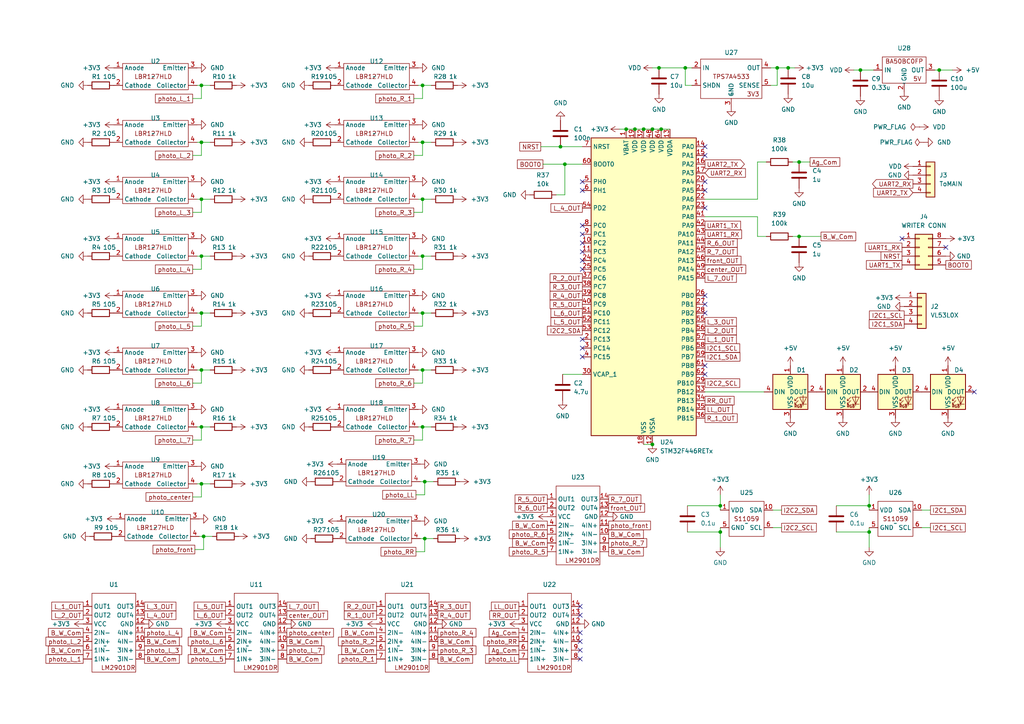
<source format=kicad_sch>
(kicad_sch (version 20230121) (generator eeschema)
  (paper "A4")
  (title_block (title "04-LINE"))
  (lib_symbols
    (symbol "Connector_Generic:Conn_01x04" (pin_names (offset 1.016) hide)
      (property "Reference" "J" (at 0 5.08 0))
      (property "Value" "Conn_01x04" (at 0 -7.62 0))
      (symbol "Conn_01x04_1_1"
        (pin passive line (at -5.08 2.54 0) (length 3.81) (name "Pin_1") (number "1"))
        (pin passive line (at -5.08 0 0) (length 3.81) (name "Pin_2") (number "2"))
        (pin passive line (at -5.08 -2.54 0) (length 3.81) (name "Pin_3") (number "3"))
        (pin passive line (at -5.08 -5.08 0) (length 3.81) (name "Pin_4") (number "4"))
      )
    )
    (symbol "Connector_Generic:Conn_02x04_Counter_Clockwise" (pin_names (offset 1.016) hide)
      (property "Reference" "J" (at 1.27 5.08 0))
      (property "Value" "Conn_02x04_Counter_Clockwise" (at 1.27 -7.62 0))
      (symbol "Conn_02x04_Counter_Clockwise_1_1"
        (pin passive line (at -5.08 2.54 0) (length 3.81) (name "Pin_1") (number "1"))
        (pin passive line (at -5.08 0 0) (length 3.81) (name "Pin_2") (number "2"))
        (pin passive line (at -5.08 -2.54 0) (length 3.81) (name "Pin_3") (number "3"))
        (pin passive line (at -5.08 -5.08 0) (length 3.81) (name "Pin_4") (number "4"))
        (pin passive line (at 7.62 -5.08 180) (length 3.81) (name "Pin_5") (number "5"))
        (pin passive line (at 7.62 -2.54 180) (length 3.81) (name "Pin_6") (number "6"))
        (pin passive line (at 7.62 0 180) (length 3.81) (name "Pin_7") (number "7"))
        (pin passive line (at 7.62 2.54 180) (length 3.81) (name "Pin_8") (number "8"))
      )
    )
    (symbol "Device:C" (pin_numbers hide) (pin_names (offset 0.254))
      (property "Reference" "C" (at 0.635 2.54 0))
      (property "Value" "C" (at 0.635 -2.54 0))
      (symbol "C_1_1"
        (pin passive line (at 0 3.81 270) (length 2.794) (name "~") (number "1"))
        (pin passive line (at 0 -3.81 90) (length 2.794) (name "~") (number "2"))
      )
    )
    (symbol "Device:R" (pin_numbers hide) (pin_names (offset 0))
      (property "Reference" "R" (at 2.032 0 90))
      (property "Value" "R" (at 0 0 90))
      (symbol "R_1_1"
        (pin passive line (at 0 3.81 270) (length 1.27) (name "~") (number "1"))
        (pin passive line (at 0 -3.81 90) (length 1.27) (name "~") (number "2"))
      )
    )
    (symbol "JLCPCB_items:BA50BC0FP"
      (property "Reference" "U" (at 2.54 10.16 0))
      (symbol "BA50BC0FP_1_1"
        (text "5V" (at 3.81 1.27 0) (effects (font (size 1.27 1.27))))
        (text "BA50BC0FP" (at 0 6.35 0) (effects (font (size 1.27 1.27))))
        (pin power_in line (at -8.89 3.81 0) (length 2.54) (name "IN") (number "1"))
        (pin power_in line (at 0 -2.54 90) (length 2.54) (name "GND") (number "2"))
        (pin power_out line (at 8.89 3.81 180) (length 2.54) (name "OUT") (number "3"))
      )
    )
    (symbol "JLCPCB_items:LM2901DR"
      (property "Reference" "U" (at -1.27 -7.62 0))
      (symbol "LM2901DR_1_1"
        (text "LM2901DR" (at 1.27 -5.08 0) (effects (font (size 1.27 1.27))))
        (pin output line (at -8.89 12.7 0) (length 2.54) (name "OUT1") (number "1"))
        (pin input line (at 8.89 2.54 180) (length 2.54) (name "4IN-") (number "10"))
        (pin input line (at 8.89 5.08 180) (length 2.54) (name "4IN+") (number "11"))
        (pin power_in line (at 8.89 7.62 180) (length 2.54) (name "GND") (number "12"))
        (pin output line (at 8.89 10.16 180) (length 2.54) (name "OUT4") (number "13"))
        (pin output line (at 8.89 12.7 180) (length 2.54) (name "OUT3") (number "14"))
        (pin output line (at -8.89 10.16 0) (length 2.54) (name "OUT2") (number "2"))
        (pin power_in line (at -8.89 7.62 0) (length 2.54) (name "VCC") (number "3"))
        (pin input line (at -8.89 5.08 0) (length 2.54) (name "2IN-") (number "4"))
        (pin input line (at -8.89 2.54 0) (length 2.54) (name "2IN+") (number "5"))
        (pin input line (at -8.89 0 0) (length 2.54) (name "1IN-") (number "6"))
        (pin input line (at -8.89 -2.54 0) (length 2.54) (name "1IN+") (number "7"))
        (pin input line (at 8.89 -2.54 180) (length 2.54) (name "3IN-") (number "8"))
        (pin input line (at 8.89 0 180) (length 2.54) (name "3IN+") (number "9"))
      )
    )
    (symbol "JLCPCB_items:TPS7A4533DCQR"
      (property "Reference" "U" (at 1.27 12.7 0))
      (symbol "TPS7A4533DCQR_1_1"
        (text "3V3" (at 6.35 1.27 0) (effects (font (size 1.27 1.27))))
        (text "TPS7A4533" (at 0 6.35 0) (effects (font (size 1.27 1.27))))
        (pin input line (at -11.43 3.81 0) (length 2.54) (name "SHDN") (number "1"))
        (pin power_in line (at -11.43 8.89 0) (length 2.54) (name "IN") (number "2"))
        (pin power_in line (at 0 -2.54 90) (length 2.54) (name "GND") (number "3"))
        (pin power_out line (at 11.43 8.89 180) (length 2.54) (name "OUT") (number "4"))
        (pin input line (at 11.43 3.81 180) (length 2.54) (name "SENSE") (number "5"))
        (pin power_in line (at 0 -2.54 90) (length 2.54) hide (name "GND") (number "6"))
      )
    )
    (symbol "LED:WS2812B" (pin_names (offset 0.254))
      (property "Reference" "D" (at 5.08 5.715 0))
      (property "Value" "WS2812B" (at 1.27 -5.715 0))
      (symbol "WS2812B_0_0"
        (text "RGB" (at 2.286 -4.191 0) (effects (font (size 0.762 0.762))))
      )
      (symbol "WS2812B_1_1"
        (pin power_in line (at 0 7.62 270) (length 2.54) (name "VDD") (number "1"))
        (pin output line (at 7.62 0 180) (length 2.54) (name "DOUT") (number "2"))
        (pin power_in line (at 0 -7.62 90) (length 2.54) (name "VSS") (number "3"))
        (pin input line (at -7.62 0 0) (length 2.54) (name "DIN") (number "4"))
      )
    )
    (symbol "MCU_ST_STM32F4:STM32F446RETx"
      (property "Reference" "U" (at -15.24 44.45 0))
      (property "Value" "STM32F446RETx" (at 10.16 44.45 0))
      (symbol "STM32F446RETx_1_1"
        (pin power_in line (at -5.08 45.72 270) (length 2.54) (name "VBAT") (number "1"))
        (pin bidirectional line (at -17.78 12.7 0) (length 2.54) (name "PC2") (number "10"))
        (pin bidirectional line (at -17.78 10.16 0) (length 2.54) (name "PC3") (number "11"))
        (pin power_in line (at 2.54 -45.72 90) (length 2.54) (name "VSSA") (number "12"))
        (pin power_in line (at 7.62 45.72 270) (length 2.54) (name "VDDA") (number "13"))
        (pin bidirectional line (at 17.78 40.64 180) (length 2.54) (name "PA0") (number "14"))
        (pin bidirectional line (at 17.78 38.1 180) (length 2.54) (name "PA1") (number "15"))
        (pin bidirectional line (at 17.78 35.56 180) (length 2.54) (name "PA2") (number "16"))
        (pin bidirectional line (at 17.78 33.02 180) (length 2.54) (name "PA3") (number "17"))
        (pin power_in line (at 0 -45.72 90) (length 2.54) (name "VSS") (number "18"))
        (pin power_in line (at -2.54 45.72 270) (length 2.54) (name "VDD") (number "19"))
        (pin bidirectional line (at -17.78 -15.24 0) (length 2.54) (name "PC13") (number "2"))
        (pin bidirectional line (at 17.78 30.48 180) (length 2.54) (name "PA4") (number "20"))
        (pin bidirectional line (at 17.78 27.94 180) (length 2.54) (name "PA5") (number "21"))
        (pin bidirectional line (at 17.78 25.4 180) (length 2.54) (name "PA6") (number "22"))
        (pin bidirectional line (at 17.78 22.86 180) (length 2.54) (name "PA7") (number "23"))
        (pin bidirectional line (at -17.78 7.62 0) (length 2.54) (name "PC4") (number "24"))
        (pin bidirectional line (at -17.78 5.08 0) (length 2.54) (name "PC5") (number "25"))
        (pin bidirectional line (at 17.78 -2.54 180) (length 2.54) (name "PB0") (number "26"))
        (pin bidirectional line (at 17.78 -5.08 180) (length 2.54) (name "PB1") (number "27"))
        (pin bidirectional line (at 17.78 -7.62 180) (length 2.54) (name "PB2") (number "28"))
        (pin bidirectional line (at 17.78 -27.94 180) (length 2.54) (name "PB10") (number "29"))
        (pin bidirectional line (at -17.78 -17.78 0) (length 2.54) (name "PC14") (number "3"))
        (pin power_out line (at -17.78 -25.4 0) (length 2.54) (name "VCAP_1") (number "30"))
        (pin passive line (at 0 -45.72 90) (length 2.54) hide (name "VSS") (number "31"))
        (pin power_in line (at 0 45.72 270) (length 2.54) (name "VDD") (number "32"))
        (pin bidirectional line (at 17.78 -30.48 180) (length 2.54) (name "PB12") (number "33"))
        (pin bidirectional line (at 17.78 -33.02 180) (length 2.54) (name "PB13") (number "34"))
        (pin bidirectional line (at 17.78 -35.56 180) (length 2.54) (name "PB14") (number "35"))
        (pin bidirectional line (at 17.78 -38.1 180) (length 2.54) (name "PB15") (number "36"))
        (pin bidirectional line (at -17.78 2.54 0) (length 2.54) (name "PC6") (number "37"))
        (pin bidirectional line (at -17.78 0 0) (length 2.54) (name "PC7") (number "38"))
        (pin bidirectional line (at -17.78 -2.54 0) (length 2.54) (name "PC8") (number "39"))
        (pin bidirectional line (at -17.78 -20.32 0) (length 2.54) (name "PC15") (number "4"))
        (pin bidirectional line (at -17.78 -5.08 0) (length 2.54) (name "PC9") (number "40"))
        (pin bidirectional line (at 17.78 20.32 180) (length 2.54) (name "PA8") (number "41"))
        (pin bidirectional line (at 17.78 17.78 180) (length 2.54) (name "PA9") (number "42"))
        (pin bidirectional line (at 17.78 15.24 180) (length 2.54) (name "PA10") (number "43"))
        (pin bidirectional line (at 17.78 12.7 180) (length 2.54) (name "PA11") (number "44"))
        (pin bidirectional line (at 17.78 10.16 180) (length 2.54) (name "PA12") (number "45"))
        (pin bidirectional line (at 17.78 7.62 180) (length 2.54) (name "PA13") (number "46"))
        (pin passive line (at 0 -45.72 90) (length 2.54) hide (name "VSS") (number "47"))
        (pin power_in line (at 2.54 45.72 270) (length 2.54) (name "VDD") (number "48"))
        (pin bidirectional line (at 17.78 5.08 180) (length 2.54) (name "PA14") (number "49"))
        (pin bidirectional line (at -17.78 30.48 0) (length 2.54) (name "PH0") (number "5"))
        (pin bidirectional line (at 17.78 2.54 180) (length 2.54) (name "PA15") (number "50"))
        (pin bidirectional line (at -17.78 -7.62 0) (length 2.54) (name "PC10") (number "51"))
        (pin bidirectional line (at -17.78 -10.16 0) (length 2.54) (name "PC11") (number "52"))
        (pin bidirectional line (at -17.78 -12.7 0) (length 2.54) (name "PC12") (number "53"))
        (pin bidirectional line (at -17.78 22.86 0) (length 2.54) (name "PD2") (number "54"))
        (pin bidirectional line (at 17.78 -10.16 180) (length 2.54) (name "PB3") (number "55"))
        (pin bidirectional line (at 17.78 -12.7 180) (length 2.54) (name "PB4") (number "56"))
        (pin bidirectional line (at 17.78 -15.24 180) (length 2.54) (name "PB5") (number "57"))
        (pin bidirectional line (at 17.78 -17.78 180) (length 2.54) (name "PB6") (number "58"))
        (pin bidirectional line (at 17.78 -20.32 180) (length 2.54) (name "PB7") (number "59"))
        (pin bidirectional line (at -17.78 27.94 0) (length 2.54) (name "PH1") (number "6"))
        (pin input line (at -17.78 35.56 0) (length 2.54) (name "BOOT0") (number "60"))
        (pin bidirectional line (at 17.78 -22.86 180) (length 2.54) (name "PB8") (number "61"))
        (pin bidirectional line (at 17.78 -25.4 180) (length 2.54) (name "PB9") (number "62"))
        (pin passive line (at 0 -45.72 90) (length 2.54) hide (name "VSS") (number "63"))
        (pin power_in line (at 5.08 45.72 270) (length 2.54) (name "VDD") (number "64"))
        (pin input line (at -17.78 40.64 0) (length 2.54) (name "NRST") (number "7"))
        (pin bidirectional line (at -17.78 17.78 0) (length 2.54) (name "PC0") (number "8"))
        (pin bidirectional line (at -17.78 15.24 0) (length 2.54) (name "PC1") (number "9"))
      )
    )
    (symbol "akiduki:LBR127HLD"
      (property "Reference" "U" (at 1.27 -5.08 0))
      (symbol "LBR127HLD_1_1"
        (text "LBR127HLD" (at 0 0 0) (effects (font (size 1.27 1.27))))
        (pin passive line (at -11.43 2.54 0) (length 2.54) (name "Anode") (number "1"))
        (pin passive line (at -11.43 -2.54 0) (length 2.54) (name "Cathode") (number "2"))
        (pin passive line (at 12.7 2.54 180) (length 2.54) (name "Emitter") (number "3"))
        (pin passive line (at 12.7 -2.54 180) (length 2.54) (name "Collector") (number "4"))
      )
    )
    (symbol "akiduki:S11059"
      (property "Reference" "U" (at -2.54 -5.08 0))
      (symbol "S11059_1_1"
        (text "S11059\n" (at 0 1.27 0) (effects (font (size 1.27 1.27))))
        (pin power_in line (at -7.62 3.81 0) (length 2.54) (name "VDD") (number "1"))
        (pin passive line (at 7.62 3.81 180) (length 2.54) (name "SDA") (number "10"))
        (pin power_in line (at -7.62 -1.27 0) (length 2.54) (name "GND") (number "5"))
        (pin passive line (at 7.62 -1.27 180) (length 2.54) (name "SCL") (number "6"))
      )
    )
    (symbol "power:+3V3" (power) (pin_names (offset 0))
      (property "Value" "+3V3" (at 0 3.556 0))
      (symbol "+3V3_1_1"
        (pin power_in line (at 0 0 90) (length 0) hide (name "+3V3") (number "1"))
      )
    )
    (symbol "power:+5V" (power) (pin_names (offset 0))
      (property "Value" "+5V" (at 0 3.556 0))
      (symbol "+5V_1_1"
        (pin power_in line (at 0 0 90) (length 0) hide (name "+5V") (number "1"))
      )
    )
    (symbol "power:GND" (power) (pin_names (offset 0))
      (property "Value" "GND" (at 0 -3.81 0))
      (symbol "GND_1_1"
        (pin power_in line (at 0 0 270) (length 0) hide (name "GND") (number "1"))
      )
    )
    (symbol "power:PWR_FLAG" (power) (pin_numbers hide) (pin_names (offset 0) hide)
      (property "Value" "PWR_FLAG" (at 0 3.81 0))
      (symbol "PWR_FLAG_0_0"
        (pin power_out line (at 0 0 90) (length 0) (name "pwr") (number "1"))
      )
    )
    (symbol "power:VDD" (power) (pin_names (offset 0))
      (property "Value" "VDD" (at 0 3.81 0))
      (symbol "VDD_1_1"
        (pin power_in line (at 0 0 90) (length 0) hide (name "VDD") (number "1"))
      )
    )
  )
  (junction (at 122.555 57.785))
  (junction (at 272.415 20.32))
  (junction (at 122.555 24.765))
  (junction (at 208.915 146.685))
  (junction (at 191.77 37.465))
  (junction (at 225.425 19.685))
  (junction (at 59.055 155.575))
  (junction (at 231.775 68.58))
  (junction (at 228.6 19.685))
  (junction (at 123.19 139.7))
  (junction (at 122.555 74.295))
  (junction (at 58.42 24.765))
  (junction (at 184.15 37.465))
  (junction (at 58.42 57.785))
  (junction (at 122.555 107.315))
  (junction (at 231.775 46.99))
  (junction (at 58.42 140.335))
  (junction (at 123.19 156.21))
  (junction (at 162.56 42.545))
  (junction (at 198.755 19.685))
  (junction (at 181.61 37.465))
  (junction (at 58.42 74.295))
  (junction (at 252.095 154.305))
  (junction (at 186.69 37.465))
  (junction (at 163.83 47.625))
  (junction (at 189.23 128.905))
  (junction (at 252.095 146.685))
  (junction (at 58.42 90.805))
  (junction (at 122.555 41.275))
  (junction (at 58.42 107.315))
  (junction (at 191.135 19.685))
  (junction (at 208.915 154.305))
  (junction (at 189.23 37.465))
  (junction (at 58.42 41.275))
  (junction (at 122.555 123.825))
  (junction (at 249.555 20.32))
  (junction (at 58.42 123.825))
  (junction (at 122.555 90.805))
  (no_connect (at 204.47 52.705))
  (no_connect (at 168.275 178.435))
  (no_connect (at 204.47 85.725))
  (no_connect (at 168.91 67.945))
  (no_connect (at 261.62 69.215))
  (no_connect (at 168.91 103.505))
  (no_connect (at 168.275 183.515))
  (no_connect (at 204.47 88.265))
  (no_connect (at 204.47 90.805))
  (no_connect (at 168.91 65.405))
  (no_connect (at 168.91 55.245))
  (no_connect (at 168.275 188.595))
  (no_connect (at 204.47 108.585))
  (no_connect (at 168.275 191.135))
  (no_connect (at 168.275 186.055))
  (no_connect (at 168.91 78.105))
  (no_connect (at 274.32 71.755))
  (no_connect (at 204.47 60.325))
  (no_connect (at 168.91 73.025))
  (no_connect (at 204.47 42.545))
  (no_connect (at 282.575 113.665))
  (no_connect (at 168.91 75.565))
  (no_connect (at 168.91 100.965))
  (no_connect (at 168.275 175.895))
  (no_connect (at 168.91 70.485))
  (no_connect (at 204.47 55.245))
  (no_connect (at 204.47 45.085))
  (no_connect (at 204.47 106.045))
  (no_connect (at 168.91 52.705))
  (no_connect (at 168.91 98.425))
  (wire (pts (xy 120.015 78.105) (xy 122.555 78.105)))
  (wire (pts (xy 186.69 37.465) (xy 189.23 37.465)))
  (wire (pts (xy 122.555 107.315) (xy 121.285 107.315)))
  (wire (pts (xy 242.57 154.305) (xy 252.095 154.305)))
  (wire (pts (xy 208.915 146.685) (xy 208.915 147.955)))
  (wire (pts (xy 58.42 61.595) (xy 58.42 57.785)))
  (wire (pts (xy 120.015 28.575) (xy 122.555 28.575)))
  (wire (pts (xy 55.88 45.085) (xy 58.42 45.085)))
  (wire (pts (xy 58.42 78.105) (xy 58.42 74.295)))
  (wire (pts (xy 198.755 24.765) (xy 198.755 19.685)))
  (wire (pts (xy 56.515 159.385) (xy 59.055 159.385)))
  (wire (pts (xy 229.87 68.58) (xy 231.775 68.58)))
  (wire (pts (xy 122.555 74.295) (xy 121.285 74.295)))
  (wire (pts (xy 162.56 42.545) (xy 168.91 42.545)))
  (wire (pts (xy 55.88 144.145) (xy 58.42 144.145)))
  (wire (pts (xy 122.555 111.125) (xy 122.555 107.315)))
  (wire (pts (xy 60.96 140.335) (xy 58.42 140.335)))
  (wire (pts (xy 125.095 41.275) (xy 122.555 41.275)))
  (wire (pts (xy 267.335 147.955) (xy 269.875 147.955)))
  (wire (pts (xy 122.555 127.635) (xy 122.555 123.825)))
  (wire (pts (xy 200.66 24.765) (xy 198.755 24.765)))
  (wire (pts (xy 120.015 111.125) (xy 122.555 111.125)))
  (wire (pts (xy 122.555 90.805) (xy 121.285 90.805)))
  (wire (pts (xy 60.96 74.295) (xy 58.42 74.295)))
  (wire (pts (xy 58.42 144.145) (xy 58.42 140.335)))
  (wire (pts (xy 58.42 41.275) (xy 57.15 41.275)))
  (wire (pts (xy 60.96 24.765) (xy 58.42 24.765)))
  (wire (pts (xy 120.015 127.635) (xy 122.555 127.635)))
  (wire (pts (xy 181.61 37.465) (xy 184.15 37.465)))
  (wire (pts (xy 225.425 19.685) (xy 228.6 19.685)))
  (wire (pts (xy 58.42 24.765) (xy 57.15 24.765)))
  (wire (pts (xy 224.155 147.955) (xy 226.695 147.955)))
  (wire (pts (xy 58.42 111.125) (xy 58.42 107.315)))
  (wire (pts (xy 204.47 113.665) (xy 221.615 113.665)))
  (wire (pts (xy 58.42 94.615) (xy 58.42 90.805)))
  (wire (pts (xy 223.52 24.765) (xy 225.425 24.765)))
  (wire (pts (xy 123.19 160.02) (xy 123.19 156.21)))
  (wire (pts (xy 267.335 153.035) (xy 269.875 153.035)))
  (wire (pts (xy 204.47 62.865) (xy 219.71 62.865)))
  (wire (pts (xy 123.19 139.7) (xy 121.92 139.7)))
  (wire (pts (xy 58.42 127.635) (xy 58.42 123.825)))
  (wire (pts (xy 122.555 45.085) (xy 122.555 41.275)))
  (wire (pts (xy 186.69 128.905) (xy 189.23 128.905)))
  (wire (pts (xy 125.73 139.7) (xy 123.19 139.7)))
  (wire (pts (xy 122.555 94.615) (xy 122.555 90.805)))
  (wire (pts (xy 271.145 20.32) (xy 272.415 20.32)))
  (wire (pts (xy 60.96 41.275) (xy 58.42 41.275)))
  (wire (pts (xy 120.015 61.595) (xy 122.555 61.595)))
  (wire (pts (xy 120.015 45.085) (xy 122.555 45.085)))
  (wire (pts (xy 123.19 156.21) (xy 121.92 156.21)))
  (wire (pts (xy 198.755 19.685) (xy 200.66 19.685)))
  (wire (pts (xy 199.39 154.305) (xy 208.915 154.305)))
  (wire (pts (xy 58.42 57.785) (xy 57.15 57.785)))
  (wire (pts (xy 122.555 61.595) (xy 122.555 57.785)))
  (wire (pts (xy 272.415 20.32) (xy 276.225 20.32)))
  (wire (pts (xy 120.65 143.51) (xy 123.19 143.51)))
  (wire (pts (xy 60.96 57.785) (xy 58.42 57.785)))
  (wire (pts (xy 120.65 160.02) (xy 123.19 160.02)))
  (wire (pts (xy 242.57 146.685) (xy 252.095 146.685)))
  (wire (pts (xy 125.095 123.825) (xy 122.555 123.825)))
  (wire (pts (xy 55.88 61.595) (xy 58.42 61.595)))
  (wire (pts (xy 208.915 143.51) (xy 208.915 146.685)))
  (wire (pts (xy 58.42 140.335) (xy 57.15 140.335)))
  (wire (pts (xy 225.425 24.765) (xy 225.425 19.685)))
  (wire (pts (xy 208.915 153.035) (xy 208.915 154.305)))
  (wire (pts (xy 122.555 24.765) (xy 121.285 24.765)))
  (wire (pts (xy 61.595 155.575) (xy 59.055 155.575)))
  (wire (pts (xy 189.23 19.685) (xy 191.135 19.685)))
  (wire (pts (xy 184.15 37.465) (xy 186.69 37.465)))
  (wire (pts (xy 208.915 154.305) (xy 208.915 158.75)))
  (wire (pts (xy 163.195 108.585) (xy 168.91 108.585)))
  (wire (pts (xy 219.71 68.58) (xy 222.25 68.58)))
  (wire (pts (xy 58.42 107.315) (xy 57.15 107.315)))
  (wire (pts (xy 191.77 37.465) (xy 194.31 37.465)))
  (wire (pts (xy 219.71 57.785) (xy 204.47 57.785)))
  (wire (pts (xy 252.095 146.685) (xy 252.095 147.955)))
  (wire (pts (xy 120.015 94.615) (xy 122.555 94.615)))
  (wire (pts (xy 231.775 46.99) (xy 234.95 46.99)))
  (wire (pts (xy 252.095 153.035) (xy 252.095 154.305)))
  (wire (pts (xy 219.71 46.99) (xy 222.25 46.99)))
  (wire (pts (xy 125.73 156.21) (xy 123.19 156.21)))
  (wire (pts (xy 191.135 19.685) (xy 198.755 19.685)))
  (wire (pts (xy 179.705 37.465) (xy 181.61 37.465)))
  (wire (pts (xy 156.845 42.545) (xy 162.56 42.545)))
  (wire (pts (xy 60.96 90.805) (xy 58.42 90.805)))
  (wire (pts (xy 58.42 45.085) (xy 58.42 41.275)))
  (wire (pts (xy 189.23 37.465) (xy 191.77 37.465)))
  (wire (pts (xy 122.555 28.575) (xy 122.555 24.765)))
  (wire (pts (xy 229.87 46.99) (xy 231.775 46.99)))
  (wire (pts (xy 60.96 123.825) (xy 58.42 123.825)))
  (wire (pts (xy 55.88 28.575) (xy 58.42 28.575)))
  (wire (pts (xy 55.88 111.125) (xy 58.42 111.125)))
  (wire (pts (xy 249.555 20.32) (xy 253.365 20.32)))
  (wire (pts (xy 59.055 155.575) (xy 57.785 155.575)))
  (wire (pts (xy 122.555 123.825) (xy 121.285 123.825)))
  (wire (pts (xy 122.555 41.275) (xy 121.285 41.275)))
  (wire (pts (xy 161.29 56.515) (xy 163.83 56.515)))
  (wire (pts (xy 58.42 123.825) (xy 57.15 123.825)))
  (wire (pts (xy 223.52 19.685) (xy 225.425 19.685)))
  (wire (pts (xy 157.48 47.625) (xy 163.83 47.625)))
  (wire (pts (xy 219.71 46.99) (xy 219.71 57.785)))
  (wire (pts (xy 163.83 56.515) (xy 163.83 47.625)))
  (wire (pts (xy 58.42 74.295) (xy 57.15 74.295)))
  (wire (pts (xy 58.42 90.805) (xy 57.15 90.805)))
  (wire (pts (xy 252.095 154.305) (xy 252.095 158.75)))
  (wire (pts (xy 59.055 159.385) (xy 59.055 155.575)))
  (wire (pts (xy 123.19 143.51) (xy 123.19 139.7)))
  (wire (pts (xy 125.095 107.315) (xy 122.555 107.315)))
  (wire (pts (xy 252.095 143.51) (xy 252.095 146.685)))
  (wire (pts (xy 125.095 74.295) (xy 122.555 74.295)))
  (wire (pts (xy 125.095 24.765) (xy 122.555 24.765)))
  (wire (pts (xy 247.65 20.32) (xy 249.555 20.32)))
  (wire (pts (xy 125.095 57.785) (xy 122.555 57.785)))
  (wire (pts (xy 55.88 78.105) (xy 58.42 78.105)))
  (wire (pts (xy 58.42 28.575) (xy 58.42 24.765)))
  (wire (pts (xy 55.88 127.635) (xy 58.42 127.635)))
  (wire (pts (xy 60.96 107.315) (xy 58.42 107.315)))
  (wire (pts (xy 219.71 62.865) (xy 219.71 68.58)))
  (wire (pts (xy 231.775 68.58) (xy 238.125 68.58)))
  (wire (pts (xy 122.555 78.105) (xy 122.555 74.295)))
  (wire (pts (xy 199.39 146.685) (xy 208.915 146.685)))
  (wire (pts (xy 55.88 94.615) (xy 58.42 94.615)))
  (wire (pts (xy 163.83 47.625) (xy 168.91 47.625)))
  (wire (pts (xy 125.095 90.805) (xy 122.555 90.805)))
  (wire (pts (xy 224.155 153.035) (xy 226.695 153.035)))
  (wire (pts (xy 122.555 57.785) (xy 121.285 57.785)))
  (wire (pts (xy 228.6 19.685) (xy 230.505 19.685)))
  (global_label "L_6_OUT" (shape passive) (at 65.405 178.435 180) (property "Intersheetrefs" "${INTERSHEET_REFS}" (effects hide)))
  (global_label "B_W_Com" (shape passive) (at 127 191.135 0) (property "Intersheetrefs" "${INTERSHEET_REFS}" (effects hide)))
  (global_label "photo_R_2" (shape passive) (at 109.22 186.055 180) (property "Intersheetrefs" "${INTERSHEET_REFS}" (effects hide)))
  (global_label "R_5_OUT" (shape passive) (at 158.75 144.78 180) (property "Intersheetrefs" "${INTERSHEET_REFS}" (effects hide)))
  (global_label "photo_R_7" (shape passive) (at 176.53 157.48 0) (property "Intersheetrefs" "${INTERSHEET_REFS}" (effects hide)))
  (global_label "photo_center" (shape passive) (at 83.185 183.515 0) (property "Intersheetrefs" "${INTERSHEET_REFS}" (effects hide)))
  (global_label "UART1_TX" (shape passive) (at 204.47 65.405 0) (property "Intersheetrefs" "${INTERSHEET_REFS}" (effects hide)))
  (global_label "photo_L_1" (shape passive) (at 55.88 28.575 180) (property "Intersheetrefs" "${INTERSHEET_REFS}" (effects hide)))
  (global_label "B_W_Com" (shape passive) (at 24.13 188.595 180) (property "Intersheetrefs" "${INTERSHEET_REFS}" (effects hide)))
  (global_label "L_6_OUT" (shape passive) (at 168.91 90.805 180) (property "Intersheetrefs" "${INTERSHEET_REFS}" (effects hide)))
  (global_label "photo_R_1" (shape passive) (at 109.22 191.135 180) (property "Intersheetrefs" "${INTERSHEET_REFS}" (effects hide)))
  (global_label "L_4_OUT" (shape passive) (at 168.91 60.325 180) (property "Intersheetrefs" "${INTERSHEET_REFS}" (effects hide)))
  (global_label "photo_L_7" (shape passive) (at 83.185 188.595 0) (property "Intersheetrefs" "${INTERSHEET_REFS}" (effects hide)))
  (global_label "photo_L_5" (shape passive) (at 55.88 94.615 180) (property "Intersheetrefs" "${INTERSHEET_REFS}" (effects hide)))
  (global_label "L_1_OUT" (shape passive) (at 204.47 98.425 0) (property "Intersheetrefs" "${INTERSHEET_REFS}" (effects hide)))
  (global_label "B_W_Com" (shape passive) (at 176.53 154.94 0) (property "Intersheetrefs" "${INTERSHEET_REFS}" (effects hide)))
  (global_label "photo_L_6" (shape passive) (at 55.88 111.125 180) (property "Intersheetrefs" "${INTERSHEET_REFS}" (effects hide)))
  (global_label "R_3_OUT" (shape passive) (at 168.91 83.185 180) (property "Intersheetrefs" "${INTERSHEET_REFS}" (effects hide)))
  (global_label "photo_R_3" (shape passive) (at 127 188.595 0) (property "Intersheetrefs" "${INTERSHEET_REFS}" (effects hide)))
  (global_label "L_2_OUT" (shape passive) (at 204.47 95.885 0) (property "Intersheetrefs" "${INTERSHEET_REFS}" (effects hide)))
  (global_label "L_1_OUT" (shape passive) (at 24.13 175.895 180) (property "Intersheetrefs" "${INTERSHEET_REFS}" (effects hide)))
  (global_label "photo_L_5" (shape passive) (at 65.405 191.135 180) (property "Intersheetrefs" "${INTERSHEET_REFS}" (effects hide)))
  (global_label "B_W_Com" (shape passive) (at 238.125 68.58 0) (property "Intersheetrefs" "${INTERSHEET_REFS}" (effects hide)))
  (global_label "L_5_OUT" (shape passive) (at 65.405 175.895 180) (property "Intersheetrefs" "${INTERSHEET_REFS}" (effects hide)))
  (global_label "photo_LL" (shape passive) (at 150.495 191.135 180) (property "Intersheetrefs" "${INTERSHEET_REFS}" (effects hide)))
  (global_label "photo_front" (shape passive) (at 56.515 159.385 180) (property "Intersheetrefs" "${INTERSHEET_REFS}" (effects hide)))
  (global_label "photo_L_7" (shape passive) (at 55.88 127.635 180) (property "Intersheetrefs" "${INTERSHEET_REFS}" (effects hide)))
  (global_label "R_1_OUT" (shape passive) (at 204.47 121.285 0) (property "Intersheetrefs" "${INTERSHEET_REFS}" (effects hide)))
  (global_label "I2C2_SCL" (shape passive) (at 226.695 153.035 0) (property "Intersheetrefs" "${INTERSHEET_REFS}" (effects hide)))
  (global_label "B_W_Com" (shape passive) (at 41.91 186.055 0) (property "Intersheetrefs" "${INTERSHEET_REFS}" (effects hide)))
  (global_label "R_2_OUT" (shape passive) (at 168.91 80.645 180) (property "Intersheetrefs" "${INTERSHEET_REFS}" (effects hide)))
  (global_label "I2C2_SDA" (shape passive) (at 168.91 95.885 180) (property "Intersheetrefs" "${INTERSHEET_REFS}" (effects hide)))
  (global_label "I2C1_SCL" (shape passive) (at 204.47 100.965 0) (property "Intersheetrefs" "${INTERSHEET_REFS}" (effects hide)))
  (global_label "photo_R_4" (shape passive) (at 127 183.515 0) (property "Intersheetrefs" "${INTERSHEET_REFS}" (effects hide)))
  (global_label "photo_L_3" (shape passive) (at 41.91 188.595 0) (property "Intersheetrefs" "${INTERSHEET_REFS}" (effects hide)))
  (global_label "R_2_OUT" (shape passive) (at 109.22 175.895 180) (property "Intersheetrefs" "${INTERSHEET_REFS}" (effects hide)))
  (global_label "photo_L_3" (shape passive) (at 55.88 61.595 180) (property "Intersheetrefs" "${INTERSHEET_REFS}" (effects hide)))
  (global_label "Ag_Com" (shape passive) (at 150.495 183.515 180) (property "Intersheetrefs" "${INTERSHEET_REFS}" (effects hide)))
  (global_label "BOOT0" (shape passive) (at 157.48 47.625 180) (property "Intersheetrefs" "${INTERSHEET_REFS}" (effects hide)))
  (global_label "B_W_Com" (shape passive) (at 83.185 191.135 0) (property "Intersheetrefs" "${INTERSHEET_REFS}" (effects hide)))
  (global_label "photo_R_6" (shape passive) (at 158.75 154.94 180) (property "Intersheetrefs" "${INTERSHEET_REFS}" (effects hide)))
  (global_label "L_5_OUT" (shape passive) (at 168.91 93.345 180) (property "Intersheetrefs" "${INTERSHEET_REFS}" (effects hide)))
  (global_label "R_3_OUT" (shape passive) (at 127 175.895 0) (property "Intersheetrefs" "${INTERSHEET_REFS}" (effects hide)))
  (global_label "UART1_RX" (shape passive) (at 261.62 71.755 180) (property "Intersheetrefs" "${INTERSHEET_REFS}" (effects hide)))
  (global_label "B_W_Com" (shape passive) (at 158.75 157.48 180) (property "Intersheetrefs" "${INTERSHEET_REFS}" (effects hide)))
  (global_label "photo_RR" (shape passive) (at 120.65 160.02 180) (property "Intersheetrefs" "${INTERSHEET_REFS}" (effects hide)))
  (global_label "I2C2_SDA" (shape passive) (at 226.695 147.955 0) (property "Intersheetrefs" "${INTERSHEET_REFS}" (effects hide)))
  (global_label "center_OUT" (shape passive) (at 204.47 78.105 0) (property "Intersheetrefs" "${INTERSHEET_REFS}" (effects hide)))
  (global_label "R_5_OUT" (shape passive) (at 168.91 88.265 180) (property "Intersheetrefs" "${INTERSHEET_REFS}" (effects hide)))
  (global_label "B_W_Com" (shape passive) (at 158.75 152.4 180) (property "Intersheetrefs" "${INTERSHEET_REFS}" (effects hide)))
  (global_label "photo_front" (shape passive) (at 176.53 152.4 0) (property "Intersheetrefs" "${INTERSHEET_REFS}" (effects hide)))
  (global_label "L_7_OUT" (shape passive) (at 204.47 80.645 0) (property "Intersheetrefs" "${INTERSHEET_REFS}" (effects hide)))
  (global_label "photo_L_1" (shape passive) (at 24.13 191.135 180) (property "Intersheetrefs" "${INTERSHEET_REFS}" (effects hide)))
  (global_label "R_6_OUT" (shape passive) (at 204.47 70.485 0) (property "Intersheetrefs" "${INTERSHEET_REFS}" (effects hide)))
  (global_label "I2C2_SCL" (shape passive) (at 204.47 111.125 0) (property "Intersheetrefs" "${INTERSHEET_REFS}" (effects hide)))
  (global_label "BOOT0" (shape passive) (at 274.32 76.835 0) (property "Intersheetrefs" "${INTERSHEET_REFS}" (effects hide)))
  (global_label "center_OUT" (shape passive) (at 83.185 178.435 0) (property "Intersheetrefs" "${INTERSHEET_REFS}" (effects hide)))
  (global_label "B_W_Com" (shape passive) (at 127 186.055 0) (property "Intersheetrefs" "${INTERSHEET_REFS}" (effects hide)))
  (global_label "UART1_TX" (shape passive) (at 261.62 76.835 180) (property "Intersheetrefs" "${INTERSHEET_REFS}" (effects hide)))
  (global_label "I2C1_SCL" (shape passive) (at 269.875 153.035 0) (property "Intersheetrefs" "${INTERSHEET_REFS}" (effects hide)))
  (global_label "R_7_OUT" (shape passive) (at 176.53 144.78 0) (property "Intersheetrefs" "${INTERSHEET_REFS}" (effects hide)))
  (global_label "photo_R_3" (shape passive) (at 120.015 61.595 180) (property "Intersheetrefs" "${INTERSHEET_REFS}" (effects hide)))
  (global_label "NRST" (shape passive) (at 261.62 74.295 180) (property "Intersheetrefs" "${INTERSHEET_REFS}" (effects hide)))
  (global_label "photo_L_4" (shape passive) (at 55.88 78.105 180) (property "Intersheetrefs" "${INTERSHEET_REFS}" (effects hide)))
  (global_label "B_W_Com" (shape passive) (at 41.91 191.135 0) (property "Intersheetrefs" "${INTERSHEET_REFS}" (effects hide)))
  (global_label "photo_LL" (shape passive) (at 120.65 143.51 180) (property "Intersheetrefs" "${INTERSHEET_REFS}" (effects hide)))
  (global_label "photo_L_2" (shape passive) (at 24.13 186.055 180) (property "Intersheetrefs" "${INTERSHEET_REFS}" (effects hide)))
  (global_label "photo_L_4" (shape passive) (at 41.91 183.515 0) (property "Intersheetrefs" "${INTERSHEET_REFS}" (effects hide)))
  (global_label "L_7_OUT" (shape passive) (at 83.185 175.895 0) (property "Intersheetrefs" "${INTERSHEET_REFS}" (effects hide)))
  (global_label "front_OUT" (shape passive) (at 176.53 147.32 0) (property "Intersheetrefs" "${INTERSHEET_REFS}" (effects hide)))
  (global_label "I2C1_SCL" (shape passive) (at 262.255 91.44 180) (property "Intersheetrefs" "${INTERSHEET_REFS}" (effects hide)))
  (global_label "photo_R_2" (shape passive) (at 120.015 45.085 180) (property "Intersheetrefs" "${INTERSHEET_REFS}" (effects hide)))
  (global_label "LL_OUT" (shape passive) (at 204.47 118.745 0) (property "Intersheetrefs" "${INTERSHEET_REFS}" (effects hide)))
  (global_label "photo_R_7" (shape passive) (at 120.015 127.635 180) (property "Intersheetrefs" "${INTERSHEET_REFS}" (effects hide)))
  (global_label "Ag_Com" (shape passive) (at 234.95 46.99 0) (property "Intersheetrefs" "${INTERSHEET_REFS}" (effects hide)))
  (global_label "UART2_RX" (shape input) (at 204.47 50.165 0) (property "Intersheetrefs" "${INTERSHEET_REFS}" (effects hide)))
  (global_label "NRST" (shape passive) (at 156.845 42.545 180) (property "Intersheetrefs" "${INTERSHEET_REFS}" (effects hide)))
  (global_label "front_OUT" (shape passive) (at 204.47 75.565 0) (property "Intersheetrefs" "${INTERSHEET_REFS}" (effects hide)))
  (global_label "RR_OUT" (shape passive) (at 204.47 116.205 0) (property "Intersheetrefs" "${INTERSHEET_REFS}" (effects hide)))
  (global_label "photo_R_4" (shape passive) (at 120.015 78.105 180) (property "Intersheetrefs" "${INTERSHEET_REFS}" (effects hide)))
  (global_label "photo_L_2" (shape passive) (at 55.88 45.085 180) (property "Intersheetrefs" "${INTERSHEET_REFS}" (effects hide)))
  (global_label "B_W_Com" (shape passive) (at 65.405 188.595 180) (property "Intersheetrefs" "${INTERSHEET_REFS}" (effects hide)))
  (global_label "UART1_RX" (shape passive) (at 204.47 67.945 0) (property "Intersheetrefs" "${INTERSHEET_REFS}" (effects hide)))
  (global_label "L_2_OUT" (shape passive) (at 24.13 178.435 180) (property "Intersheetrefs" "${INTERSHEET_REFS}" (effects hide)))
  (global_label "R_7_OUT" (shape passive) (at 204.47 73.025 0) (property "Intersheetrefs" "${INTERSHEET_REFS}" (effects hide)))
  (global_label "L_4_OUT" (shape passive) (at 41.91 178.435 0) (property "Intersheetrefs" "${INTERSHEET_REFS}" (effects hide)))
  (global_label "I2C1_SDA" (shape passive) (at 269.875 147.955 0) (property "Intersheetrefs" "${INTERSHEET_REFS}" (effects hide)))
  (global_label "B_W_Com" (shape passive) (at 65.405 183.515 180) (property "Intersheetrefs" "${INTERSHEET_REFS}" (effects hide)))
  (global_label "photo_R_6" (shape passive) (at 120.015 111.125 180) (property "Intersheetrefs" "${INTERSHEET_REFS}" (effects hide)))
  (global_label "L_3_OUT" (shape passive) (at 204.47 93.345 0) (property "Intersheetrefs" "${INTERSHEET_REFS}" (effects hide)))
  (global_label "photo_center" (shape passive) (at 55.88 144.145 180) (property "Intersheetrefs" "${INTERSHEET_REFS}" (effects hide)))
  (global_label "UART2_TX" (shape output) (at 204.47 47.625 0) (property "Intersheetrefs" "${INTERSHEET_REFS}" (effects hide)))
  (global_label "photo_R_1" (shape passive) (at 120.015 28.575 180) (property "Intersheetrefs" "${INTERSHEET_REFS}" (effects hide)))
  (global_label "UART2_TX" (shape input) (at 264.795 55.88 180) (property "Intersheetrefs" "${INTERSHEET_REFS}" (effects hide)))
  (global_label "R_4_OUT" (shape passive) (at 127 178.435 0) (property "Intersheetrefs" "${INTERSHEET_REFS}" (effects hide)))
  (global_label "R_4_OUT" (shape passive) (at 168.91 85.725 180) (property "Intersheetrefs" "${INTERSHEET_REFS}" (effects hide)))
  (global_label "RR_OUT" (shape passive) (at 150.495 178.435 180) (property "Intersheetrefs" "${INTERSHEET_REFS}" (effects hide)))
  (global_label "R_1_OUT" (shape passive) (at 109.22 178.435 180) (property "Intersheetrefs" "${INTERSHEET_REFS}" (effects hide)))
  (global_label "B_W_Com" (shape passive) (at 176.53 160.02 0) (property "Intersheetrefs" "${INTERSHEET_REFS}" (effects hide)))
  (global_label "R_6_OUT" (shape passive) (at 158.75 147.32 180) (property "Intersheetrefs" "${INTERSHEET_REFS}" (effects hide)))
  (global_label "I2C1_SDA" (shape passive) (at 262.255 93.98 180) (property "Intersheetrefs" "${INTERSHEET_REFS}" (effects hide)))
  (global_label "B_W_Com" (shape passive) (at 109.22 188.595 180) (property "Intersheetrefs" "${INTERSHEET_REFS}" (effects hide)))
  (global_label "B_W_Com" (shape passive) (at 83.185 186.055 0) (property "Intersheetrefs" "${INTERSHEET_REFS}" (effects hide)))
  (global_label "photo_R_5" (shape passive) (at 158.75 160.02 180) (property "Intersheetrefs" "${INTERSHEET_REFS}" (effects hide)))
  (global_label "photo_RR" (shape passive) (at 150.495 186.055 180) (property "Intersheetrefs" "${INTERSHEET_REFS}" (effects hide)))
  (global_label "I2C1_SDA" (shape passive) (at 204.47 103.505 0) (property "Intersheetrefs" "${INTERSHEET_REFS}" (effects hide)))
  (global_label "LL_OUT" (shape passive) (at 150.495 175.895 180) (property "Intersheetrefs" "${INTERSHEET_REFS}" (effects hide)))
  (global_label "photo_L_6" (shape passive) (at 65.405 186.055 180) (property "Intersheetrefs" "${INTERSHEET_REFS}" (effects hide)))
  (global_label "UART2_RX" (shape output) (at 264.795 53.34 180) (property "Intersheetrefs" "${INTERSHEET_REFS}" (effects hide)))
  (global_label "B_W_Com" (shape passive) (at 24.13 183.515 180) (property "Intersheetrefs" "${INTERSHEET_REFS}" (effects hide)))
  (global_label "B_W_Com" (shape passive) (at 109.22 183.515 180) (property "Intersheetrefs" "${INTERSHEET_REFS}" (effects hide)))
  (global_label "photo_R_5" (shape passive) (at 120.015 94.615 180) (property "Intersheetrefs" "${INTERSHEET_REFS}" (effects hide)))
  (global_label "L_3_OUT" (shape passive) (at 41.91 175.895 0) (property "Intersheetrefs" "${INTERSHEET_REFS}" (effects hide)))
  (global_label "Ag_Com" (shape passive) (at 150.495 188.595 180) (property "Intersheetrefs" "${INTERSHEET_REFS}" (effects hide)))
  (symbol (lib_id "power:+3V3") (at 33.02 102.235 90) (unit 1)
    (property "Reference" "#PWR016" (effects hide))
    (property "Value" "+3V3" (at 29.21 102.235 90) (effects (justify left)))
  )
  (symbol (lib_id "power:+3V3") (at 132.715 123.825 270) (unit 1)
    (property "Reference" "#PWR076" (effects hide))
    (property "Value" "+3V3" (at 136.525 123.825 90) (effects (justify left)))
  )
  (symbol (lib_id "akiduki:LBR127HLD") (at 108.585 22.225 0) (unit 1)
    (property "Reference" "U12" (at 109.22 17.78 0))
    (property "Value" "~" (at 108.585 22.225 0))
    (property "Footprint" "Akiduki:LBR127HLD" (effects hide))
  )
  (symbol (lib_id "power:+3V3") (at 68.58 123.825 270) (unit 1)
    (property "Reference" "#PWR037" (effects hide))
    (property "Value" "+3V3" (at 72.39 123.825 90) (effects (justify left)))
  )
  (symbol (lib_id "power:+3V3") (at 132.715 90.805 270) (unit 1)
    (property "Reference" "#PWR074" (effects hide))
    (property "Value" "+3V3" (at 136.525 90.805 90) (effects (justify left)))
  )
  (symbol (lib_id "LED:WS2812B") (at 244.475 113.665 0) (unit 1)
    (property "Reference" "D2" (at 247.65 107.315 0))
    (property "Value" "WS2812B" (effects hide))
    (property "Footprint" "LED_SMD:LED_WS2812B_PLCC4_5.0x5.0mm_P3.2mm" (effects hide))
    (property "Datasheet" "https://cdn-shop.adafruit.com/datasheets/WS2812B.pdf" (effects hide))
  )
  (symbol (lib_id "Device:R") (at 29.21 123.825 270) (unit 1)
    (property "Reference" "R7" (at 27.94 121.285 90))
    (property "Value" "105" (at 31.75 121.285 90))
    (property "Footprint" "Resistor_SMD:R_0603_1608Metric" (effects hide))
    (property "LCSC" "C128061" (effects hide))
  )
  (symbol (lib_id "power:+3V3") (at 97.155 85.725 90) (unit 1)
    (property "Reference" "#PWR054" (effects hide))
    (property "Value" "+3V3" (at 93.345 85.725 90) (effects (justify left)))
  )
  (symbol (lib_id "power:PWR_FLAG") (at 266.7 36.83 90) (unit 1)
    (property "Reference" "#FLG01" (effects hide))
    (property "Value" "PWR_FLAG" (at 262.89 36.83 90) (effects (justify left)))
  )
  (symbol (lib_id "Device:R") (at 93.345 74.295 270) (unit 1)
    (property "Reference" "R22" (at 92.075 71.755 90))
    (property "Value" "105" (at 95.885 71.755 90))
    (property "Footprint" "Resistor_SMD:R_0603_1608Metric" (effects hide))
    (property "LCSC" "C128061" (effects hide))
  )
  (symbol (lib_id "power:+3V3") (at 65.405 180.975 90) (unit 1)
    (property "Reference" "#PWR030" (effects hide))
    (property "Value" "+3V3" (at 61.595 180.975 90) (effects (justify left)))
  )
  (symbol (lib_id "JLCPCB_items:LM2901DR") (at 167.64 157.48 0) (unit 1)
    (property "Reference" "U23" (at 167.64 138.43 0))
    (property "Value" "~" (at 165.1 156.21 0))
    (property "Footprint" "Package_SO:SOIC-14_3.9x8.7mm_P1.27mm" (effects hide))
  )
  (symbol (lib_id "Device:C") (at 199.39 150.495 0) (unit 1)
    (property "Reference" "C3" (at 203.2 149.225 0) (effects (justify left)))
    (property "Value" "0.1u" (at 203.2 151.765 0) (effects (justify left)))
    (property "Footprint" "Capacitor_SMD:C_0805_2012Metric" (effects hide))
  )
  (symbol (lib_id "power:GND") (at 121.285 85.725 90) (unit 1)
    (property "Reference" "#PWR064" (effects hide))
    (property "Value" "GND" (at 125.095 85.725 90) (effects (justify right)))
  )
  (symbol (lib_id "Device:R") (at 29.21 41.275 270) (unit 1)
    (property "Reference" "R2" (at 27.94 38.735 90))
    (property "Value" "105" (at 31.75 38.735 90))
    (property "Footprint" "Resistor_SMD:R_0603_1608Metric" (effects hide))
    (property "LCSC" "C128061" (effects hide))
  )
  (symbol (lib_id "power:GND") (at 89.535 74.295 270) (unit 1)
    (property "Reference" "#PWR044" (effects hide))
    (property "Value" "GND" (at 85.725 74.295 90) (effects (justify right)))
  )
  (symbol (lib_id "power:+3V3") (at 208.915 143.51 0) (unit 1)
    (property "Reference" "#PWR088" (effects hide))
    (property "Value" "+3V3" (at 208.915 139.065 0))
  )
  (symbol (lib_id "Device:C") (at 228.6 23.495 0) (unit 1)
    (property "Reference" "C8" (at 232.41 22.225 0) (effects (justify left)))
    (property "Value" "10u" (at 232.41 24.765 0) (effects (justify left)))
    (property "Footprint" "Capacitor_SMD:C_0805_2012Metric" (effects hide))
  )
  (symbol (lib_id "Device:R") (at 93.345 90.805 270) (unit 1)
    (property "Reference" "R23" (at 92.075 88.265 90))
    (property "Value" "105" (at 95.885 88.265 90))
    (property "Footprint" "Resistor_SMD:R_0603_1608Metric" (effects hide))
    (property "LCSC" "C128061" (effects hide))
  )
  (symbol (lib_id "power:+3V3") (at 97.155 19.685 90) (unit 1)
    (property "Reference" "#PWR050" (effects hide))
    (property "Value" "+3V3" (at 93.345 19.685 90) (effects (justify left)))
  )
  (symbol (lib_id "power:GND") (at 25.4 57.785 270) (unit 1)
    (property "Reference" "#PWR04" (effects hide))
    (property "Value" "GND" (at 21.59 57.785 90) (effects (justify right)))
  )
  (symbol (lib_id "Device:R") (at 93.345 41.275 270) (unit 1)
    (property "Reference" "R20" (at 92.075 38.735 90))
    (property "Value" "105" (at 95.885 38.735 90))
    (property "Footprint" "Resistor_SMD:R_0603_1608Metric" (effects hide))
    (property "LCSC" "C128061" (effects hide))
  )
  (symbol (lib_id "power:GND") (at 228.6 27.305 0) (unit 1)
    (property "Reference" "#PWR0112" (effects hide))
    (property "Value" "GND" (at 228.6 31.75 0))
  )
  (symbol (lib_id "power:+3V3") (at 230.505 19.685 270) (unit 1)
    (property "Reference" "#PWR0109" (effects hide))
    (property "Value" "+3V3" (at 233.68 19.685 90) (effects (justify left)))
  )
  (symbol (lib_id "power:+3V3") (at 97.155 36.195 90) (unit 1)
    (property "Reference" "#PWR051" (effects hide))
    (property "Value" "+3V3" (at 93.345 36.195 90) (effects (justify left)))
  )
  (symbol (lib_id "power:GND") (at 57.785 150.495 90) (unit 1)
    (property "Reference" "#PWR029" (effects hide))
    (property "Value" "GND" (at 61.595 150.495 90) (effects (justify right)))
  )
  (symbol (lib_id "power:+5V") (at 244.475 106.045 0) (unit 1)
    (property "Reference" "#PWR094" (effects hide))
    (property "Value" "+5V" (at 244.475 100.965 0))
  )
  (symbol (lib_id "power:+3V3") (at 33.02 135.255 90) (unit 1)
    (property "Reference" "#PWR018" (effects hide))
    (property "Value" "+3V3" (at 29.21 135.255 90) (effects (justify left)))
  )
  (symbol (lib_id "power:+3V3") (at 252.095 143.51 0) (unit 1)
    (property "Reference" "#PWR096" (effects hide))
    (property "Value" "+3V3" (at 252.095 139.065 0))
  )
  (symbol (lib_id "akiduki:LBR127HLD") (at 109.22 137.16 0) (unit 1)
    (property "Reference" "U19" (at 109.855 132.715 0))
    (property "Value" "~" (at 109.22 137.16 0))
    (property "Footprint" "Akiduki:LBR127HLD" (effects hide))
  )
  (symbol (lib_id "akiduki:LBR127HLD") (at 45.085 153.035 0) (unit 1)
    (property "Reference" "U10" (at 45.72 148.59 0))
    (property "Value" "~" (at 45.085 153.035 0))
    (property "Footprint" "Akiduki:LBR127HLD" (effects hide))
  )
  (symbol (lib_id "power:VDD") (at 266.7 36.83 270) (unit 1)
    (property "Reference" "#PWR0118" (effects hide))
    (property "Value" "VDD" (at 270.51 36.83 90) (effects (justify left)))
  )
  (symbol (lib_id "power:GND") (at 231.775 54.61 0) (unit 1)
    (property "Reference" "#PWR092" (effects hide))
    (property "Value" "GND" (at 231.775 59.055 0))
  )
  (symbol (lib_id "JLCPCB_items:LM2901DR") (at 159.385 188.595 0) (unit 1)
    (property "Reference" "U22" (at 159.385 169.545 0))
    (property "Value" "~" (at 156.845 187.325 0))
    (property "Footprint" "Package_SO:SOIC-14_3.9x8.7mm_P1.27mm" (effects hide))
  )
  (symbol (lib_id "akiduki:LBR127HLD") (at 44.45 88.265 0) (unit 1)
    (property "Reference" "U6" (at 45.085 83.82 0))
    (property "Value" "~" (at 44.45 88.265 0))
    (property "Footprint" "Akiduki:LBR127HLD" (effects hide))
  )
  (symbol (lib_id "akiduki:LBR127HLD") (at 44.45 55.245 0) (unit 1)
    (property "Reference" "U4" (at 45.085 50.8 0))
    (property "Value" "~" (at 44.45 55.245 0))
    (property "Footprint" "Akiduki:LBR127HLD" (effects hide))
  )
  (symbol (lib_id "power:GND") (at 57.15 118.745 90) (unit 1)
    (property "Reference" "#PWR027" (effects hide))
    (property "Value" "GND" (at 60.96 118.745 90) (effects (justify right)))
  )
  (symbol (lib_id "Device:R") (at 128.905 123.825 270) (unit 1)
    (property "Reference" "R34" (at 127.635 121.285 90))
    (property "Value" "1k" (at 131.445 121.285 90))
    (property "Footprint" "Resistor_SMD:R_1206_3216Metric" (effects hide))
    (property "LCSC" "C138242" (effects hide))
  )
  (symbol (lib_id "JLCPCB_items:LM2901DR") (at 74.295 188.595 0) (unit 1)
    (property "Reference" "U11" (at 74.295 169.545 0))
    (property "Value" "~" (at 71.755 187.325 0))
    (property "Footprint" "Package_SO:SOIC-14_3.9x8.7mm_P1.27mm" (effects hide))
  )
  (symbol (lib_id "Device:R") (at 64.77 140.335 270) (unit 1)
    (property "Reference" "R17" (at 63.5 137.795 90))
    (property "Value" "1k" (at 67.31 137.795 90))
    (property "Footprint" "Resistor_SMD:R_1206_3216Metric" (effects hide))
    (property "LCSC" "C138242" (effects hide))
  )
  (symbol (lib_id "LED:WS2812B") (at 229.235 113.665 0) (unit 1)
    (property "Reference" "D1" (at 232.41 107.315 0))
    (property "Value" "WS2812B" (effects hide))
    (property "Footprint" "LED_SMD:LED_WS2812B_PLCC4_5.0x5.0mm_P3.2mm" (effects hide))
    (property "Datasheet" "https://cdn-shop.adafruit.com/datasheets/WS2812B.pdf" (effects hide))
  )
  (symbol (lib_id "power:+3V3") (at 97.79 134.62 90) (unit 1)
    (property "Reference" "#PWR057" (effects hide))
    (property "Value" "+3V3" (at 93.98 134.62 90) (effects (justify left)))
  )
  (symbol (lib_id "Device:R") (at 29.21 57.785 270) (unit 1)
    (property "Reference" "R3" (at 27.94 55.245 90))
    (property "Value" "105" (at 31.75 55.245 90))
    (property "Footprint" "Resistor_SMD:R_0603_1608Metric" (effects hide))
    (property "LCSC" "C128061" (effects hide))
  )
  (symbol (lib_id "power:GND") (at 57.15 135.255 90) (unit 1)
    (property "Reference" "#PWR028" (effects hide))
    (property "Value" "GND" (at 60.96 135.255 90) (effects (justify right)))
  )
  (symbol (lib_id "Device:C") (at 162.56 38.735 0) (unit 1)
    (property "Reference" "C1" (at 166.37 37.465 0) (effects (justify left)))
    (property "Value" "100n" (at 166.37 40.005 0) (effects (justify left)))
    (property "Footprint" "Capacitor_SMD:C_0805_2012Metric" (effects hide))
  )
  (symbol (lib_id "power:+3V3") (at 68.58 107.315 270) (unit 1)
    (property "Reference" "#PWR036" (effects hide))
    (property "Value" "+3V3" (at 72.39 107.315 90) (effects (justify left)))
  )
  (symbol (lib_id "Device:R") (at 29.21 107.315 270) (unit 1)
    (property "Reference" "R6" (at 27.94 104.775 90))
    (property "Value" "105" (at 31.75 104.775 90))
    (property "Footprint" "Resistor_SMD:R_0603_1608Metric" (effects hide))
    (property "LCSC" "C128061" (effects hide))
  )
  (symbol (lib_id "power:GND") (at 25.4 41.275 270) (unit 1)
    (property "Reference" "#PWR03" (effects hide))
    (property "Value" "GND" (at 21.59 41.275 90) (effects (justify right)))
  )
  (symbol (lib_id "JLCPCB_items:LM2901DR") (at 33.02 188.595 0) (unit 1)
    (property "Reference" "U1" (at 33.02 169.545 0))
    (property "Value" "~" (at 30.48 187.325 0))
    (property "Footprint" "Package_SO:SOIC-14_3.9x8.7mm_P1.27mm" (effects hide))
  )
  (symbol (lib_id "power:+3V3") (at 68.58 90.805 270) (unit 1)
    (property "Reference" "#PWR035" (effects hide))
    (property "Value" "+3V3" (at 72.39 90.805 90) (effects (justify left)))
  )
  (symbol (lib_id "Device:C") (at 191.135 23.495 0) (unit 1)
    (property "Reference" "C7" (at 194.31 22.225 0) (effects (justify left)))
    (property "Value" "10u" (at 194.31 24.765 0) (effects (justify left)))
    (property "Footprint" "Capacitor_SMD:C_0805_2012Metric" (effects hide))
  )
  (symbol (lib_id "power:+3V3") (at 179.705 37.465 90) (unit 1)
    (property "Reference" "#PWR086" (effects hide))
    (property "Value" "+3V3" (at 176.53 37.465 90) (effects (justify left)))
  )
  (symbol (lib_id "JLCPCB_items:LM2901DR") (at 118.11 188.595 0) (unit 1)
    (property "Reference" "U21" (at 118.11 169.545 0))
    (property "Value" "~" (at 115.57 187.325 0))
    (property "Footprint" "Package_SO:SOIC-14_3.9x8.7mm_P1.27mm" (effects hide))
  )
  (symbol (lib_id "Device:R") (at 65.405 155.575 270) (unit 1)
    (property "Reference" "R18" (at 64.135 153.035 90))
    (property "Value" "1k" (at 67.945 153.035 90))
    (property "Footprint" "Resistor_SMD:R_1206_3216Metric" (effects hide))
    (property "LCSC" "C138242" (effects hide))
  )
  (symbol (lib_id "power:PWR_FLAG") (at 267.97 41.275 90) (unit 1)
    (property "Reference" "#FLG02" (effects hide))
    (property "Value" "PWR_FLAG" (at 264.795 41.275 90) (effects (justify left)))
  )
  (symbol (lib_id "power:+3V3") (at 68.58 41.275 270) (unit 1)
    (property "Reference" "#PWR032" (effects hide))
    (property "Value" "+3V3" (at 72.39 41.275 90) (effects (justify left)))
  )
  (symbol (lib_id "akiduki:LBR127HLD") (at 44.45 121.285 0) (unit 1)
    (property "Reference" "U8" (at 45.085 116.84 0))
    (property "Value" "~" (at 44.45 121.285 0))
    (property "Footprint" "Akiduki:LBR127HLD" (effects hide))
  )
  (symbol (lib_id "power:GND") (at 121.92 151.13 90) (unit 1)
    (property "Reference" "#PWR068" (effects hide))
    (property "Value" "GND" (at 125.73 151.13 90) (effects (justify right)))
  )
  (symbol (lib_id "power:+3V3") (at 97.155 69.215 90) (unit 1)
    (property "Reference" "#PWR053" (effects hide))
    (property "Value" "+3V3" (at 93.345 69.215 90) (effects (justify left)))
  )
  (symbol (lib_id "power:GND") (at 231.775 76.2 0) (unit 1)
    (property "Reference" "#PWR093" (effects hide))
    (property "Value" "GND" (at 231.775 80.645 0))
  )
  (symbol (lib_id "power:GND") (at 57.15 69.215 90) (unit 1)
    (property "Reference" "#PWR024" (effects hide))
    (property "Value" "GND" (at 60.96 69.215 90) (effects (justify right)))
  )
  (symbol (lib_id "power:+3V3") (at 150.495 180.975 90) (unit 1)
    (property "Reference" "#PWR079" (effects hide))
    (property "Value" "+3V3" (at 146.685 180.975 90) (effects (justify left)))
  )
  (symbol (lib_id "power:+3V3") (at 133.35 139.7 270) (unit 1)
    (property "Reference" "#PWR077" (effects hide))
    (property "Value" "+3V3" (at 137.16 139.7 90) (effects (justify left)))
  )
  (symbol (lib_id "power:GND") (at 168.275 180.975 90) (unit 1)
    (property "Reference" "#PWR084" (effects hide))
    (property "Value" "GND" (at 171.45 180.975 90) (effects (justify right)))
  )
  (symbol (lib_id "Device:C") (at 231.775 50.8 0) (unit 1)
    (property "Reference" "C4" (at 235.585 49.53 0) (effects (justify left)))
    (property "Value" "1u" (at 235.585 52.07 0) (effects (justify left)))
    (property "Footprint" "Capacitor_SMD:C_0805_2012Metric" (effects hide))
  )
  (symbol (lib_id "akiduki:LBR127HLD") (at 108.585 38.735 0) (unit 1)
    (property "Reference" "U13" (at 109.22 34.29 0))
    (property "Value" "~" (at 108.585 38.735 0))
    (property "Footprint" "Akiduki:LBR127HLD" (effects hide))
  )
  (symbol (lib_id "power:GND") (at 163.195 116.205 0) (unit 1)
    (property "Reference" "#PWR083" (effects hide))
    (property "Value" "GND" (at 163.195 120.65 0))
  )
  (symbol (lib_id "Device:R") (at 29.845 155.575 270) (unit 1)
    (property "Reference" "R9" (at 28.575 153.035 90))
    (property "Value" "105" (at 32.385 153.035 90))
    (property "Footprint" "Resistor_SMD:R_0603_1608Metric" (effects hide))
    (property "LCSC" "C128061" (effects hide))
  )
  (symbol (lib_id "power:GND") (at 25.4 24.765 270) (unit 1)
    (property "Reference" "#PWR02" (effects hide))
    (property "Value" "GND" (at 21.59 24.765 90) (effects (justify right)))
  )
  (symbol (lib_id "power:GND") (at 25.4 140.335 270) (unit 1)
    (property "Reference" "#PWR09" (effects hide))
    (property "Value" "GND" (at 21.59 140.335 90) (effects (justify right)))
  )
  (symbol (lib_id "power:+3V3") (at 262.255 86.36 90) (unit 1)
    (property "Reference" "#PWR0104" (effects hide))
    (property "Value" "+3V3" (at 259.08 86.36 90) (effects (justify left)))
  )
  (symbol (lib_id "power:+3V3") (at 33.02 118.745 90) (unit 1)
    (property "Reference" "#PWR017" (effects hide))
    (property "Value" "+3V3" (at 29.21 118.745 90) (effects (justify left)))
  )
  (symbol (lib_id "power:GND") (at 176.53 149.86 90) (unit 1)
    (property "Reference" "#PWR085" (effects hide))
    (property "Value" "GND" (at 179.705 149.86 90) (effects (justify right)))
  )
  (symbol (lib_id "Device:R") (at 29.21 140.335 270) (unit 1)
    (property "Reference" "R8" (at 27.94 137.795 90))
    (property "Value" "105" (at 31.75 137.795 90))
    (property "Footprint" "Resistor_SMD:R_0603_1608Metric" (effects hide))
    (property "LCSC" "C128061" (effects hide))
  )
  (symbol (lib_id "power:GND") (at 121.285 52.705 90) (unit 1)
    (property "Reference" "#PWR062" (effects hide))
    (property "Value" "GND" (at 125.095 52.705 90) (effects (justify right)))
  )
  (symbol (lib_id "power:GND") (at 252.095 158.75 0) (unit 1)
    (property "Reference" "#PWR097" (effects hide))
    (property "Value" "GND" (at 252.095 163.195 0))
  )
  (symbol (lib_id "Connector_Generic:Conn_01x04") (at 269.875 50.8 0) (unit 1)
    (property "Reference" "J3" (at 272.415 50.8 0) (effects (justify left)))
    (property "Value" "ToMAIN" (at 272.415 53.34 0) (effects (justify left)))
    (property "Footprint" "Connector_JST:JST_XH_B4B-XH-A_1x04_P2.50mm_Vertical" (effects hide))
  )
  (symbol (lib_id "akiduki:LBR127HLD") (at 109.22 153.67 0) (unit 1)
    (property "Reference" "U20" (at 109.855 149.225 0))
    (property "Value" "~" (at 109.22 153.67 0))
    (property "Footprint" "Akiduki:LBR127HLD" (effects hide))
  )
  (symbol (lib_id "akiduki:LBR127HLD") (at 108.585 121.285 0) (unit 1)
    (property "Reference" "U18" (at 109.22 116.84 0))
    (property "Value" "~" (at 108.585 121.285 0))
    (property "Footprint" "Akiduki:LBR127HLD" (effects hide))
  )
  (symbol (lib_id "power:GND") (at 25.4 74.295 270) (unit 1)
    (property "Reference" "#PWR05" (effects hide))
    (property "Value" "GND" (at 21.59 74.295 90) (effects (justify right)))
  )
  (symbol (lib_id "power:GND") (at 25.4 90.805 270) (unit 1)
    (property "Reference" "#PWR06" (effects hide))
    (property "Value" "GND" (at 21.59 90.805 90) (effects (justify right)))
  )
  (symbol (lib_id "power:GND") (at 249.555 27.94 0) (unit 1)
    (property "Reference" "#PWR0116" (effects hide))
    (property "Value" "GND" (at 249.555 32.385 0))
  )
  (symbol (lib_id "power:+3V3") (at 68.58 140.335 270) (unit 1)
    (property "Reference" "#PWR038" (effects hide))
    (property "Value" "+3V3" (at 72.39 140.335 90) (effects (justify left)))
  )
  (symbol (lib_id "power:GND") (at 121.92 134.62 90) (unit 1)
    (property "Reference" "#PWR067" (effects hide))
    (property "Value" "GND" (at 125.73 134.62 90) (effects (justify right)))
  )
  (symbol (lib_id "power:GND") (at 57.15 102.235 90) (unit 1)
    (property "Reference" "#PWR026" (effects hide))
    (property "Value" "GND" (at 60.96 102.235 90) (effects (justify right)))
  )
  (symbol (lib_id "power:GND") (at 89.535 57.785 270) (unit 1)
    (property "Reference" "#PWR043" (effects hide))
    (property "Value" "GND" (at 85.725 57.785 90) (effects (justify right)))
  )
  (symbol (lib_id "Device:R") (at 157.48 56.515 270) (unit 1)
    (property "Reference" "R37" (at 157.48 50.8 90))
    (property "Value" "10k" (at 157.48 53.34 90))
    (property "Footprint" "Resistor_SMD:R_0805_2012Metric" (effects hide))
    (property "LCSC" "C17414" (effects hide))
  )
  (symbol (lib_id "power:GND") (at 212.09 31.115 0) (unit 1)
    (property "Reference" "#PWR0110" (effects hide))
    (property "Value" "GND" (at 212.09 35.56 0))
  )
  (symbol (lib_id "Device:R") (at 64.77 90.805 270) (unit 1)
    (property "Reference" "R14" (at 63.5 88.265 90))
    (property "Value" "1k" (at 67.31 88.265 90))
    (property "Footprint" "Resistor_SMD:R_1206_3216Metric" (effects hide))
    (property "LCSC" "C138242" (effects hide))
  )
  (symbol (lib_id "akiduki:LBR127HLD") (at 108.585 71.755 0) (unit 1)
    (property "Reference" "U15" (at 109.22 67.31 0))
    (property "Value" "~" (at 108.585 71.755 0))
    (property "Footprint" "Akiduki:LBR127HLD" (effects hide))
  )
  (symbol (lib_id "Device:R") (at 93.345 107.315 270) (unit 1)
    (property "Reference" "R24" (at 92.075 104.775 90))
    (property "Value" "105" (at 95.885 104.775 90))
    (property "Footprint" "Resistor_SMD:R_0603_1608Metric" (effects hide))
    (property "LCSC" "C128061" (effects hide))
  )
  (symbol (lib_id "power:GND") (at 189.23 128.905 0) (unit 1)
    (property "Reference" "#PWR087" (effects hide))
    (property "Value" "GND" (at 189.23 133.35 0))
  )
  (symbol (lib_id "power:VDD") (at 189.23 19.685 90) (unit 1)
    (property "Reference" "#PWR0108" (effects hide))
    (property "Value" "VDD" (at 186.055 19.685 90) (effects (justify left)))
  )
  (symbol (lib_id "power:+3V3") (at 274.32 69.215 270) (unit 1)
    (property "Reference" "#PWR0120" (effects hide))
    (property "Value" "+3V3" (at 277.495 69.215 90) (effects (justify left)))
  )
  (symbol (lib_id "power:+3V3") (at 97.155 118.745 90) (unit 1)
    (property "Reference" "#PWR056" (effects hide))
    (property "Value" "+3V3" (at 93.345 118.745 90) (effects (justify left)))
  )
  (symbol (lib_id "power:GND") (at 272.415 27.94 0) (unit 1)
    (property "Reference" "#PWR0117" (effects hide))
    (property "Value" "GND" (at 272.415 32.385 0))
  )
  (symbol (lib_id "power:GND") (at 127 180.975 90) (unit 1)
    (property "Reference" "#PWR069" (effects hide))
    (property "Value" "GND" (at 130.175 180.975 90) (effects (justify right)))
  )
  (symbol (lib_id "power:VDD") (at 247.65 20.32 90) (unit 1)
    (property "Reference" "#PWR0113" (effects hide))
    (property "Value" "VDD" (at 244.475 20.32 90) (effects (justify left)))
  )
  (symbol (lib_id "power:GND") (at 208.915 158.75 0) (unit 1)
    (property "Reference" "#PWR089" (effects hide))
    (property "Value" "GND" (at 208.915 163.195 0))
  )
  (symbol (lib_id "power:GND") (at 121.285 69.215 90) (unit 1)
    (property "Reference" "#PWR063" (effects hide))
    (property "Value" "GND" (at 125.095 69.215 90) (effects (justify right)))
  )
  (symbol (lib_id "power:GND") (at 262.255 88.9 270) (unit 1)
    (property "Reference" "#PWR0105" (effects hide))
    (property "Value" "GND" (at 258.445 88.9 90) (effects (justify right)))
  )
  (symbol (lib_id "Device:C") (at 272.415 24.13 0) (unit 1)
    (property "Reference" "C10" (at 275.59 22.86 0) (effects (justify left)))
    (property "Value" "100u" (at 275.59 25.4 0) (effects (justify left)))
    (property "Footprint" "Capacitor_SMD:C_0805_2012Metric" (effects hide))
  )
  (symbol (lib_id "power:+3V3") (at 33.655 150.495 90) (unit 1)
    (property "Reference" "#PWR019" (effects hide))
    (property "Value" "+3V3" (at 29.845 150.495 90) (effects (justify left)))
  )
  (symbol (lib_id "power:GND") (at 121.285 118.745 90) (unit 1)
    (property "Reference" "#PWR066" (effects hide))
    (property "Value" "GND" (at 125.095 118.745 90) (effects (justify right)))
  )
  (symbol (lib_id "power:GND") (at 57.15 19.685 90) (unit 1)
    (property "Reference" "#PWR021" (effects hide))
    (property "Value" "GND" (at 60.96 19.685 90) (effects (justify right)))
  )
  (symbol (lib_id "power:GND") (at 121.285 19.685 90) (unit 1)
    (property "Reference" "#PWR060" (effects hide))
    (property "Value" "GND" (at 125.095 19.685 90) (effects (justify right)))
  )
  (symbol (lib_id "power:GND") (at 57.15 52.705 90) (unit 1)
    (property "Reference" "#PWR023" (effects hide))
    (property "Value" "GND" (at 60.96 52.705 90) (effects (justify right)))
  )
  (symbol (lib_id "Device:R") (at 29.21 24.765 270) (unit 1)
    (property "Reference" "R1" (at 27.94 22.225 90))
    (property "Value" "105" (at 31.75 22.225 90))
    (property "Footprint" "Resistor_SMD:R_0603_1608Metric" (effects hide))
    (property "LCSC" "C128061" (effects hide))
  )
  (symbol (lib_id "Device:R") (at 29.21 90.805 270) (unit 1)
    (property "Reference" "R5" (at 27.94 88.265 90))
    (property "Value" "105" (at 31.75 88.265 90))
    (property "Footprint" "Resistor_SMD:R_0603_1608Metric" (effects hide))
    (property "LCSC" "C128061" (effects hide))
  )
  (symbol (lib_id "power:GND") (at 274.32 74.295 90) (unit 1)
    (property "Reference" "#PWR0121" (effects hide))
    (property "Value" "GND" (at 277.495 74.295 90) (effects (justify right)))
  )
  (symbol (lib_id "akiduki:LBR127HLD") (at 44.45 137.795 0) (unit 1)
    (property "Reference" "U9" (at 45.085 133.35 0))
    (property "Value" "~" (at 44.45 137.795 0))
    (property "Footprint" "Akiduki:LBR127HLD" (effects hide))
  )
  (symbol (lib_id "power:GND") (at 89.535 41.275 270) (unit 1)
    (property "Reference" "#PWR042" (effects hide))
    (property "Value" "GND" (at 85.725 41.275 90) (effects (justify right)))
  )
  (symbol (lib_id "power:GND") (at 57.15 85.725 90) (unit 1)
    (property "Reference" "#PWR025" (effects hide))
    (property "Value" "GND" (at 60.96 85.725 90) (effects (justify right)))
  )
  (symbol (lib_id "power:GND") (at 25.4 107.315 270) (unit 1)
    (property "Reference" "#PWR07" (effects hide))
    (property "Value" "GND" (at 21.59 107.315 90) (effects (justify right)))
  )
  (symbol (lib_id "power:+3V3") (at 132.715 24.765 270) (unit 1)
    (property "Reference" "#PWR070" (effects hide))
    (property "Value" "+3V3" (at 136.525 24.765 90) (effects (justify left)))
  )
  (symbol (lib_id "power:+5V") (at 229.235 106.045 0) (unit 1)
    (property "Reference" "#PWR090" (effects hide))
    (property "Value" "+5V" (at 229.235 100.965 0))
  )
  (symbol (lib_id "Device:R") (at 64.77 74.295 270) (unit 1)
    (property "Reference" "R13" (at 63.5 71.755 90))
    (property "Value" "1k" (at 67.31 71.755 90))
    (property "Footprint" "Resistor_SMD:R_1206_3216Metric" (effects hide))
    (property "LCSC" "C138242" (effects hide))
  )
  (symbol (lib_id "Device:R") (at 129.54 139.7 270) (unit 1)
    (property "Reference" "R35" (at 128.27 137.16 90))
    (property "Value" "1k" (at 132.08 137.16 90))
    (property "Footprint" "Resistor_SMD:R_1206_3216Metric" (effects hide))
    (property "LCSC" "C138242" (effects hide))
  )
  (symbol (lib_id "power:GND") (at 121.285 102.235 90) (unit 1)
    (property "Reference" "#PWR065" (effects hide))
    (property "Value" "GND" (at 125.095 102.235 90) (effects (justify right)))
  )
  (symbol (lib_id "Device:C") (at 249.555 24.13 0) (unit 1)
    (property "Reference" "C9" (at 252.73 22.86 0) (effects (justify left)))
    (property "Value" "0.33u" (at 252.73 25.4 0) (effects (justify left)))
    (property "Footprint" "Capacitor_SMD:C_0805_2012Metric" (effects hide))
  )
  (symbol (lib_id "Device:R") (at 226.06 68.58 90) (unit 1)
    (property "Reference" "R39" (at 226.06 62.23 90))
    (property "Value" "100k" (at 226.06 64.77 90))
    (property "Footprint" "Resistor_SMD:R_0805_2012Metric" (effects hide))
  )
  (symbol (lib_id "akiduki:LBR127HLD") (at 108.585 55.245 0) (unit 1)
    (property "Reference" "U14" (at 109.22 50.8 0))
    (property "Value" "~" (at 108.585 55.245 0))
    (property "Footprint" "Akiduki:LBR127HLD" (effects hide))
  )
  (symbol (lib_id "power:+3V3") (at 33.02 36.195 90) (unit 1)
    (property "Reference" "#PWR012" (effects hide))
    (property "Value" "+3V3" (at 29.21 36.195 90) (effects (justify left)))
  )
  (symbol (lib_id "power:+5V") (at 276.225 20.32 270) (unit 1)
    (property "Reference" "#PWR0114" (effects hide))
    (property "Value" "+5V" (at 280.035 20.32 90) (effects (justify left)))
  )
  (symbol (lib_id "power:VDD") (at 264.795 48.26 90) (unit 1)
    (property "Reference" "#PWR0107" (effects hide))
    (property "Value" "VDD" (at 261.62 48.26 90) (effects (justify left)))
  )
  (symbol (lib_id "power:GND") (at 89.535 107.315 270) (unit 1)
    (property "Reference" "#PWR046" (effects hide))
    (property "Value" "GND" (at 85.725 107.315 90) (effects (justify right)))
  )
  (symbol (lib_id "Device:R") (at 64.77 107.315 270) (unit 1)
    (property "Reference" "R15" (at 63.5 104.775 90))
    (property "Value" "1k" (at 67.31 104.775 90))
    (property "Footprint" "Resistor_SMD:R_1206_3216Metric" (effects hide))
    (property "LCSC" "C138242" (effects hide))
  )
  (symbol (lib_id "power:GND") (at 89.535 24.765 270) (unit 1)
    (property "Reference" "#PWR041" (effects hide))
    (property "Value" "GND" (at 85.725 24.765 90) (effects (justify right)))
  )
  (symbol (lib_id "Device:R") (at 128.905 107.315 270) (unit 1)
    (property "Reference" "R33" (at 127.635 104.775 90))
    (property "Value" "1k" (at 131.445 104.775 90))
    (property "Footprint" "Resistor_SMD:R_1206_3216Metric" (effects hide))
    (property "LCSC" "C138242" (effects hide))
  )
  (symbol (lib_id "Device:R") (at 93.345 123.825 270) (unit 1)
    (property "Reference" "R25" (at 92.075 121.285 90))
    (property "Value" "105" (at 95.885 121.285 90))
    (property "Footprint" "Resistor_SMD:R_0603_1608Metric" (effects hide))
    (property "LCSC" "C128061" (effects hide))
  )
  (symbol (lib_id "MCU_ST_STM32F4:STM32F446RETx") (at 186.69 83.185 0) (unit 1)
    (property "Reference" "U24" (at 191.4241 128.27 0) (effects (justify left)))
    (property "Value" "STM32F446RETx" (at 191.4241 130.81 0) (effects (justify left)))
    (property "Footprint" "Package_QFP:LQFP-64_10x10mm_P0.5mm" (effects hide))
    (property "Datasheet" "https://www.st.com/resource/en/datasheet/stm32f446re.pdf" (effects hide))
  )
  (symbol (lib_id "power:GND") (at 267.97 41.275 90) (unit 1)
    (property "Reference" "#PWR0119" (effects hide))
    (property "Value" "GND" (at 271.78 41.275 90) (effects (justify right)))
  )
  (symbol (lib_id "power:+3V3") (at 68.58 57.785 270) (unit 1)
    (property "Reference" "#PWR033" (effects hide))
    (property "Value" "+3V3" (at 72.39 57.785 90) (effects (justify left)))
  )
  (symbol (lib_id "power:+3V3") (at 33.02 85.725 90) (unit 1)
    (property "Reference" "#PWR015" (effects hide))
    (property "Value" "+3V3" (at 29.21 85.725 90) (effects (justify left)))
  )
  (symbol (lib_id "power:+3V3") (at 69.215 155.575 270) (unit 1)
    (property "Reference" "#PWR039" (effects hide))
    (property "Value" "+3V3" (at 73.025 155.575 90) (effects (justify left)))
  )
  (symbol (lib_id "Device:R") (at 128.905 90.805 270) (unit 1)
    (property "Reference" "R32" (at 127.635 88.265 90))
    (property "Value" "1k" (at 131.445 88.265 90))
    (property "Footprint" "Resistor_SMD:R_1206_3216Metric" (effects hide))
    (property "LCSC" "C138242" (effects hide))
  )
  (symbol (lib_id "power:GND") (at 262.255 26.67 0) (unit 1)
    (property "Reference" "#PWR0115" (effects hide))
    (property "Value" "GND" (at 262.255 31.115 0))
  )
  (symbol (lib_id "power:GND") (at 121.285 36.195 90) (unit 1)
    (property "Reference" "#PWR061" (effects hide))
    (property "Value" "GND" (at 125.095 36.195 90) (effects (justify right)))
  )
  (symbol (lib_id "akiduki:S11059") (at 259.715 151.765 0) (unit 1)
    (property "Reference" "U26" (at 259.715 142.875 0))
    (property "Value" "~" (at 259.715 151.765 0))
    (property "Footprint" "Akiduki:S11059" (effects hide))
  )
  (symbol (lib_id "Device:R") (at 128.905 41.275 270) (unit 1)
    (property "Reference" "R29" (at 127.635 38.735 90))
    (property "Value" "1k" (at 131.445 38.735 90))
    (property "Footprint" "Resistor_SMD:R_1206_3216Metric" (effects hide))
    (property "LCSC" "C138242" (effects hide))
  )
  (symbol (lib_id "power:+3V3") (at 68.58 74.295 270) (unit 1)
    (property "Reference" "#PWR034" (effects hide))
    (property "Value" "+3V3" (at 72.39 74.295 90) (effects (justify left)))
  )
  (symbol (lib_id "JLCPCB_items:TPS7A4533DCQR") (at 212.09 28.575 0) (unit 1)
    (property "Reference" "U27" (at 212.09 15.24 0))
    (property "Value" "~" (at 212.09 27.305 0))
    (property "Footprint" "Package_TO_SOT_SMD:SOT-223-6" (effects hide))
  )
  (symbol (lib_id "Connector_Generic:Conn_01x04") (at 267.335 88.9 0) (unit 1)
    (property "Reference" "J2" (at 269.875 88.9 0) (effects (justify left)))
    (property "Value" "VL53L0X" (at 269.875 91.44 0) (effects (justify left)))
    (property "Footprint" "Connector_PinHeader_2.54mm:PinHeader_1x04_P2.54mm_Vertical" (effects hide))
  )
  (symbol (lib_id "power:GND") (at 26.035 155.575 270) (unit 1)
    (property "Reference" "#PWR010" (effects hide))
    (property "Value" "GND" (at 22.225 155.575 90) (effects (justify right)))
  )
  (symbol (lib_id "power:GND") (at 89.535 123.825 270) (unit 1)
    (property "Reference" "#PWR047" (effects hide))
    (property "Value" "GND" (at 85.725 123.825 90) (effects (justify right)))
  )
  (symbol (lib_id "akiduki:S11059") (at 216.535 151.765 0) (unit 1)
    (property "Reference" "U25" (at 216.535 142.875 0))
    (property "Value" "~" (at 216.535 151.765 0))
    (property "Footprint" "Akiduki:S11059" (effects hide))
  )
  (symbol (lib_id "akiduki:LBR127HLD") (at 44.45 22.225 0) (unit 1)
    (property "Reference" "U2" (at 45.085 17.78 0))
    (property "Value" "~" (at 44.45 22.225 0))
    (property "Footprint" "Akiduki:LBR127HLD" (effects hide))
  )
  (symbol (lib_id "power:GND") (at 274.955 121.285 0) (unit 1)
    (property "Reference" "#PWR0103" (effects hide))
    (property "Value" "GND" (at 274.955 125.73 0))
  )
  (symbol (lib_id "power:GND") (at 162.56 34.925 180) (unit 1)
    (property "Reference" "#PWR082" (effects hide))
    (property "Value" "GND" (at 162.56 29.845 0))
  )
  (symbol (lib_id "power:GND") (at 229.235 121.285 0) (unit 1)
    (property "Reference" "#PWR091" (effects hide))
    (property "Value" "GND" (at 229.235 125.73 0))
  )
  (symbol (lib_id "Device:R") (at 64.77 41.275 270) (unit 1)
    (property "Reference" "R11" (at 63.5 38.735 90))
    (property "Value" "1k" (at 67.31 38.735 90))
    (property "Footprint" "Resistor_SMD:R_1206_3216Metric" (effects hide))
    (property "LCSC" "C138242" (effects hide))
  )
  (symbol (lib_id "power:+3V3") (at 132.715 57.785 270) (unit 1)
    (property "Reference" "#PWR072" (effects hide))
    (property "Value" "+3V3" (at 136.525 57.785 90) (effects (justify left)))
  )
  (symbol (lib_id "power:+3V3") (at 97.79 151.13 90) (unit 1)
    (property "Reference" "#PWR058" (effects hide))
    (property "Value" "+3V3" (at 93.98 151.13 90) (effects (justify left)))
  )
  (symbol (lib_id "Device:R") (at 128.905 24.765 270) (unit 1)
    (property "Reference" "R28" (at 127.635 22.225 90))
    (property "Value" "1k" (at 131.445 22.225 90))
    (property "Footprint" "Resistor_SMD:R_1206_3216Metric" (effects hide))
    (property "LCSC" "C138242" (effects hide))
  )
  (symbol (lib_id "Device:R") (at 93.98 156.21 270) (unit 1)
    (property "Reference" "R27" (at 92.71 153.67 90))
    (property "Value" "105" (at 96.52 153.67 90))
    (property "Footprint" "Resistor_SMD:R_0603_1608Metric" (effects hide))
    (property "LCSC" "C128061" (effects hide))
  )
  (symbol (lib_id "power:+3V3") (at 68.58 24.765 270) (unit 1)
    (property "Reference" "#PWR031" (effects hide))
    (property "Value" "+3V3" (at 72.39 24.765 90) (effects (justify left)))
  )
  (symbol (lib_id "Device:R") (at 226.06 46.99 90) (unit 1)
    (property "Reference" "R38" (at 226.06 40.64 90))
    (property "Value" "100k" (at 226.06 43.18 90))
    (property "Footprint" "Resistor_SMD:R_0805_2012Metric" (effects hide))
  )
  (symbol (lib_id "Device:R") (at 29.21 74.295 270) (unit 1)
    (property "Reference" "R4" (at 27.94 71.755 90))
    (property "Value" "105" (at 31.75 71.755 90))
    (property "Footprint" "Resistor_SMD:R_0603_1608Metric" (effects hide))
    (property "LCSC" "C128061" (effects hide))
  )
  (symbol (lib_id "Device:R") (at 64.77 57.785 270) (unit 1)
    (property "Reference" "R12" (at 63.5 55.245 90))
    (property "Value" "1k" (at 67.31 55.245 90))
    (property "Footprint" "Resistor_SMD:R_1206_3216Metric" (effects hide))
    (property "LCSC" "C138242" (effects hide))
  )
  (symbol (lib_id "akiduki:LBR127HLD") (at 44.45 71.755 0) (unit 1)
    (property "Reference" "U5" (at 45.085 67.31 0))
    (property "Value" "~" (at 44.45 71.755 0))
    (property "Footprint" "Akiduki:LBR127HLD" (effects hide))
  )
  (symbol (lib_id "akiduki:LBR127HLD") (at 108.585 88.265 0) (unit 1)
    (property "Reference" "U16" (at 109.22 83.82 0))
    (property "Value" "~" (at 108.585 88.265 0))
    (property "Footprint" "Akiduki:LBR127HLD" (effects hide))
  )
  (symbol (lib_id "Device:R") (at 64.77 24.765 270) (unit 1)
    (property "Reference" "R10" (at 63.5 22.225 90))
    (property "Value" "1k" (at 67.31 22.225 90))
    (property "Footprint" "Resistor_SMD:R_1206_3216Metric" (effects hide))
    (property "LCSC" "C138242" (effects hide))
  )
  (symbol (lib_id "power:GND") (at 83.185 180.975 90) (unit 1)
    (property "Reference" "#PWR040" (effects hide))
    (property "Value" "GND" (at 86.36 180.975 90) (effects (justify right)))
  )
  (symbol (lib_id "power:GND") (at 89.535 90.805 270) (unit 1)
    (property "Reference" "#PWR045" (effects hide))
    (property "Value" "GND" (at 85.725 90.805 90) (effects (justify right)))
  )
  (symbol (lib_id "akiduki:LBR127HLD") (at 44.45 104.775 0) (unit 1)
    (property "Reference" "U7" (at 45.085 100.33 0))
    (property "Value" "~" (at 44.45 104.775 0))
    (property "Footprint" "Akiduki:LBR127HLD" (effects hide))
  )
  (symbol (lib_id "Device:R") (at 93.345 57.785 270) (unit 1)
    (property "Reference" "R21" (at 92.075 55.245 90))
    (property "Value" "105" (at 95.885 55.245 90))
    (property "Footprint" "Resistor_SMD:R_0603_1608Metric" (effects hide))
    (property "LCSC" "C128061" (effects hide))
  )
  (symbol (lib_id "power:GND") (at 25.4 123.825 270) (unit 1)
    (property "Reference" "#PWR08" (effects hide))
    (property "Value" "GND" (at 21.59 123.825 90) (effects (justify right)))
  )
  (symbol (lib_id "power:+3V3") (at 133.35 156.21 270) (unit 1)
    (property "Reference" "#PWR078" (effects hide))
    (property "Value" "+3V3" (at 137.16 156.21 90) (effects (justify left)))
  )
  (symbol (lib_id "Device:R") (at 129.54 156.21 270) (unit 1)
    (property "Reference" "R36" (at 128.27 153.67 90))
    (property "Value" "1k" (at 132.08 153.67 90))
    (property "Footprint" "Resistor_SMD:R_1206_3216Metric" (effects hide))
    (property "LCSC" "C138242" (effects hide))
  )
  (symbol (lib_id "power:GND") (at 191.135 27.305 0) (unit 1)
    (property "Reference" "#PWR0111" (effects hide))
    (property "Value" "GND" (at 191.135 31.75 0))
  )
  (symbol (lib_id "power:GND") (at 41.91 180.975 90) (unit 1)
    (property "Reference" "#PWR020" (effects hide))
    (property "Value" "GND" (at 45.085 180.975 90) (effects (justify right)))
  )
  (symbol (lib_id "power:GND") (at 153.67 56.515 270) (unit 1)
    (property "Reference" "#PWR080" (effects hide))
    (property "Value" "GND" (at 149.86 56.515 90) (effects (justify right)))
  )
  (symbol (lib_id "Device:R") (at 93.345 24.765 270) (unit 1)
    (property "Reference" "R19" (at 92.075 22.225 90))
    (property "Value" "105" (at 95.885 22.225 90))
    (property "Footprint" "Resistor_SMD:R_0603_1608Metric" (effects hide))
    (property "LCSC" "C128061" (effects hide))
  )
  (symbol (lib_id "power:+3V3") (at 109.22 180.975 90) (unit 1)
    (property "Reference" "#PWR059" (effects hide))
    (property "Value" "+3V3" (at 105.41 180.975 90) (effects (justify left)))
  )
  (symbol (lib_id "power:GND") (at 90.17 139.7 270) (unit 1)
    (property "Reference" "#PWR048" (effects hide))
    (property "Value" "GND" (at 86.36 139.7 90) (effects (justify right)))
  )
  (symbol (lib_id "power:+3V3") (at 33.02 52.705 90) (unit 1)
    (property "Reference" "#PWR013" (effects hide))
    (property "Value" "+3V3" (at 29.21 52.705 90) (effects (justify left)))
  )
  (symbol (lib_id "akiduki:LBR127HLD") (at 108.585 104.775 0) (unit 1)
    (property "Reference" "U17" (at 109.22 100.33 0))
    (property "Value" "~" (at 108.585 104.775 0))
    (property "Footprint" "Akiduki:LBR127HLD" (effects hide))
  )
  (symbol (lib_id "power:GND") (at 244.475 121.285 0) (unit 1)
    (property "Reference" "#PWR095" (effects hide))
    (property "Value" "GND" (at 244.475 125.73 0))
  )
  (symbol (lib_id "Device:C") (at 231.775 72.39 0) (unit 1)
    (property "Reference" "C5" (at 235.585 71.12 0) (effects (justify left)))
    (property "Value" "1u" (at 235.585 73.66 0) (effects (justify left)))
    (property "Footprint" "Capacitor_SMD:C_0805_2012Metric" (effects hide))
  )
  (symbol (lib_id "power:+3V3") (at 33.02 69.215 90) (unit 1)
    (property "Reference" "#PWR014" (effects hide))
    (property "Value" "+3V3" (at 29.21 69.215 90) (effects (justify left)))
  )
  (symbol (lib_id "power:GND") (at 259.715 121.285 0) (unit 1)
    (property "Reference" "#PWR0101" (effects hide))
    (property "Value" "GND" (at 259.715 125.73 0))
  )
  (symbol (lib_id "power:+5V") (at 259.715 106.045 0) (unit 1)
    (property "Reference" "#PWR0100" (effects hide))
    (property "Value" "+5V" (at 259.715 100.965 0))
  )
  (symbol (lib_id "power:+3V3") (at 132.715 74.295 270) (unit 1)
    (property "Reference" "#PWR073" (effects hide))
    (property "Value" "+3V3" (at 136.525 74.295 90) (effects (justify left)))
  )
  (symbol (lib_id "power:+5V") (at 274.955 106.045 0) (unit 1)
    (property "Reference" "#PWR0102" (effects hide))
    (property "Value" "+5V" (at 274.955 100.965 0))
  )
  (symbol (lib_id "Device:R") (at 128.905 57.785 270) (unit 1)
    (property "Reference" "R30" (at 127.635 55.245 90))
    (property "Value" "1k" (at 131.445 55.245 90))
    (property "Footprint" "Resistor_SMD:R_1206_3216Metric" (effects hide))
    (property "LCSC" "C138242" (effects hide))
  )
  (symbol (lib_id "LED:WS2812B") (at 274.955 113.665 0) (unit 1)
    (property "Reference" "D4" (at 278.13 107.315 0))
    (property "Value" "WS2812B" (effects hide))
    (property "Footprint" "LED_SMD:LED_WS2812B_PLCC4_5.0x5.0mm_P3.2mm" (effects hide))
    (property "Datasheet" "https://cdn-shop.adafruit.com/datasheets/WS2812B.pdf" (effects hide))
  )
  (symbol (lib_id "LED:WS2812B") (at 259.715 113.665 0) (unit 1)
    (property "Reference" "D3" (at 262.89 107.315 0))
    (property "Value" "WS2812B" (effects hide))
    (property "Footprint" "LED_SMD:LED_WS2812B_PLCC4_5.0x5.0mm_P3.2mm" (effects hide))
    (property "Datasheet" "https://cdn-shop.adafruit.com/datasheets/WS2812B.pdf" (effects hide))
  )
  (symbol (lib_id "power:+3V3") (at 33.02 19.685 90) (unit 1)
    (property "Reference" "#PWR011" (effects hide))
    (property "Value" "+3V3" (at 29.21 19.685 90) (effects (justify left)))
  )
  (symbol (lib_id "Device:R") (at 128.905 74.295 270) (unit 1)
    (property "Reference" "R31" (at 127.635 71.755 90))
    (property "Value" "1k" (at 131.445 71.755 90))
    (property "Footprint" "Resistor_SMD:R_1206_3216Metric" (effects hide))
    (property "LCSC" "C138242" (effects hide))
  )
  (symbol (lib_id "power:+3V3") (at 97.155 52.705 90) (unit 1)
    (property "Reference" "#PWR052" (effects hide))
    (property "Value" "+3V3" (at 93.345 52.705 90) (effects (justify left)))
  )
  (symbol (lib_id "power:GND") (at 264.795 50.8 270) (unit 1)
    (property "Reference" "#PWR0106" (effects hide))
    (property "Value" "GND" (at 261.62 50.8 90) (effects (justify right)))
  )
  (symbol (lib_id "Device:C") (at 242.57 150.495 0) (unit 1)
    (property "Reference" "C6" (at 246.38 149.225 0) (effects (justify left)))
    (property "Value" "0.1u" (at 246.38 151.765 0) (effects (justify left)))
    (property "Footprint" "Capacitor_SMD:C_0805_2012Metric" (effects hide))
  )
  (symbol (lib_id "power:+3V3") (at 132.715 107.315 270) (unit 1)
    (property "Reference" "#PWR075" (effects hide))
    (property "Value" "+3V3" (at 136.525 107.315 90) (effects (justify left)))
  )
  (symbol (lib_id "power:GND") (at 57.15 36.195 90) (unit 1)
    (property "Reference" "#PWR022" (effects hide))
    (property "Value" "GND" (at 60.96 36.195 90) (effects (justify right)))
  )
  (symbol (lib_id "power:+3V3") (at 24.13 180.975 90) (unit 1)
    (property "Reference" "#PWR01" (effects hide))
    (property "Value" "+3V3" (at 20.32 180.975 90) (effects (justify left)))
  )
  (symbol (lib_id "Device:C") (at 163.195 112.395 0) (unit 1)
    (property "Reference" "C2" (at 166.37 111.125 0) (effects (justify left)))
    (property "Value" "4.7u" (at 166.37 113.665 0) (effects (justify left)))
    (property "Footprint" "Capacitor_SMD:C_0805_2012Metric" (effects hide))
  )
  (symbol (lib_id "power:+3V3") (at 97.155 102.235 90) (unit 1)
    (property "Reference" "#PWR055" (effects hide))
    (property "Value" "+3V3" (at 93.345 102.235 90) (effects (justify left)))
  )
  (symbol (lib_id "akiduki:LBR127HLD") (at 44.45 38.735 0) (unit 1)
    (property "Reference" "U3" (at 45.085 34.29 0))
    (property "Value" "~" (at 44.45 38.735 0))
    (property "Footprint" "Akiduki:LBR127HLD" (effects hide))
  )
  (symbol (lib_id "power:+3V3") (at 132.715 41.275 270) (unit 1)
    (property "Reference" "#PWR071" (effects hide))
    (property "Value" "+3V3" (at 136.525 41.275 90) (effects (justify left)))
  )
  (symbol (lib_id "Connector_Generic:Conn_02x04_Counter_Clockwise") (at 266.7 71.755 0) (unit 1)
    (property "Reference" "J4" (at 267.97 62.865 0))
    (property "Value" "WRITER CONN" (at 267.97 65.405 0))
    (property "Footprint" "Connector_PinHeader_2.54mm:PinHeader_2x04_P2.54mm_Vertical" (effects hide))
  )
  (symbol (lib_id "power:+3V3") (at 158.75 149.86 90) (unit 1)
    (property "Reference" "#PWR081" (effects hide))
    (property "Value" "+3V3" (at 154.94 149.86 90) (effects (justify left)))
  )
  (symbol (lib_id "Device:R") (at 93.98 139.7 270) (unit 1)
    (property "Reference" "R26" (at 92.71 137.16 90))
    (property "Value" "105" (at 96.52 137.16 90))
    (property "Footprint" "Resistor_SMD:R_0603_1608Metric" (effects hide))
    (property "LCSC" "C128061" (effects hide))
  )
  (symbol (lib_id "JLCPCB_items:BA50BC0FP") (at 262.255 24.13 0) (unit 1)
    (property "Reference" "U28" (at 262.255 13.97 0))
    (property "Value" "~" (at 262.255 24.13 0))
    (property "Footprint" "Package_TO_SOT_SMD:TO-252-3_TabPin2" (effects hide))
  )
  (symbol (lib_id "power:GND") (at 90.17 156.21 270) (unit 1)
    (property "Reference" "#PWR049" (effects hide))
    (property "Value" "GND" (at 86.36 156.21 90) (effects (justify right)))
  )
  (symbol (lib_id "Device:R") (at 64.77 123.825 270) (unit 1)
    (property "Reference" "R16" (at 63.5 121.285 90))
    (property "Value" "1k" (at 67.31 121.285 90))
    (property "Footprint" "Resistor_SMD:R_1206_3216Metric" (effects hide))
    (property "LCSC" "C138242" (effects hide))
  )
)
</source>
